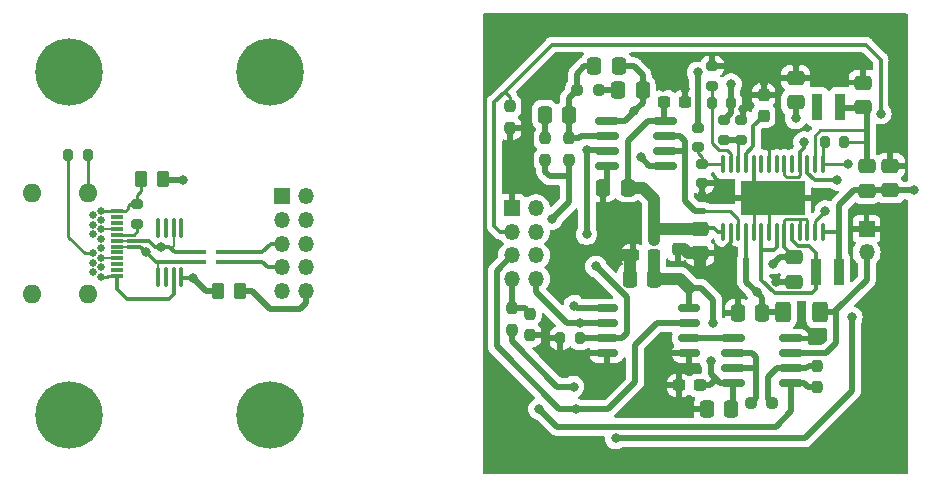
<source format=gbr>
%TF.GenerationSoftware,KiCad,Pcbnew,7.0.6-7.0.6~ubuntu22.04.1*%
%TF.CreationDate,2023-09-01T17:28:15+01:00*%
%TF.ProjectId,tec-controller,7465632d-636f-46e7-9472-6f6c6c65722e,rev?*%
%TF.SameCoordinates,Original*%
%TF.FileFunction,Copper,L1,Top*%
%TF.FilePolarity,Positive*%
%FSLAX46Y46*%
G04 Gerber Fmt 4.6, Leading zero omitted, Abs format (unit mm)*
G04 Created by KiCad (PCBNEW 7.0.6-7.0.6~ubuntu22.04.1) date 2023-09-01 17:28:15*
%MOMM*%
%LPD*%
G01*
G04 APERTURE LIST*
G04 Aperture macros list*
%AMRoundRect*
0 Rectangle with rounded corners*
0 $1 Rounding radius*
0 $2 $3 $4 $5 $6 $7 $8 $9 X,Y pos of 4 corners*
0 Add a 4 corners polygon primitive as box body*
4,1,4,$2,$3,$4,$5,$6,$7,$8,$9,$2,$3,0*
0 Add four circle primitives for the rounded corners*
1,1,$1+$1,$2,$3*
1,1,$1+$1,$4,$5*
1,1,$1+$1,$6,$7*
1,1,$1+$1,$8,$9*
0 Add four rect primitives between the rounded corners*
20,1,$1+$1,$2,$3,$4,$5,0*
20,1,$1+$1,$4,$5,$6,$7,0*
20,1,$1+$1,$6,$7,$8,$9,0*
20,1,$1+$1,$8,$9,$2,$3,0*%
G04 Aperture macros list end*
%TA.AperFunction,SMDPad,CuDef*%
%ADD10RoundRect,0.200000X0.200000X0.275000X-0.200000X0.275000X-0.200000X-0.275000X0.200000X-0.275000X0*%
%TD*%
%TA.AperFunction,ComponentPad*%
%ADD11C,3.600000*%
%TD*%
%TA.AperFunction,ConnectorPad*%
%ADD12C,5.700000*%
%TD*%
%TA.AperFunction,ComponentPad*%
%ADD13R,1.350000X1.350000*%
%TD*%
%TA.AperFunction,ComponentPad*%
%ADD14O,1.350000X1.350000*%
%TD*%
%TA.AperFunction,SMDPad,CuDef*%
%ADD15RoundRect,0.250000X0.337500X0.475000X-0.337500X0.475000X-0.337500X-0.475000X0.337500X-0.475000X0*%
%TD*%
%TA.AperFunction,SMDPad,CuDef*%
%ADD16RoundRect,0.100000X-0.100000X0.712500X-0.100000X-0.712500X0.100000X-0.712500X0.100000X0.712500X0*%
%TD*%
%TA.AperFunction,SMDPad,CuDef*%
%ADD17RoundRect,0.237500X-0.300000X-0.237500X0.300000X-0.237500X0.300000X0.237500X-0.300000X0.237500X0*%
%TD*%
%TA.AperFunction,SMDPad,CuDef*%
%ADD18RoundRect,0.200000X-0.275000X0.200000X-0.275000X-0.200000X0.275000X-0.200000X0.275000X0.200000X0*%
%TD*%
%TA.AperFunction,SMDPad,CuDef*%
%ADD19RoundRect,0.250000X-0.475000X0.337500X-0.475000X-0.337500X0.475000X-0.337500X0.475000X0.337500X0*%
%TD*%
%TA.AperFunction,SMDPad,CuDef*%
%ADD20RoundRect,0.237500X-0.250000X-0.237500X0.250000X-0.237500X0.250000X0.237500X-0.250000X0.237500X0*%
%TD*%
%TA.AperFunction,SMDPad,CuDef*%
%ADD21RoundRect,0.250000X-0.337500X-0.475000X0.337500X-0.475000X0.337500X0.475000X-0.337500X0.475000X0*%
%TD*%
%TA.AperFunction,SMDPad,CuDef*%
%ADD22RoundRect,0.250000X0.475000X-0.337500X0.475000X0.337500X-0.475000X0.337500X-0.475000X-0.337500X0*%
%TD*%
%TA.AperFunction,SMDPad,CuDef*%
%ADD23RoundRect,0.200000X0.275000X-0.200000X0.275000X0.200000X-0.275000X0.200000X-0.275000X-0.200000X0*%
%TD*%
%TA.AperFunction,SMDPad,CuDef*%
%ADD24R,1.100000X0.300000*%
%TD*%
%TA.AperFunction,ComponentPad*%
%ADD25C,0.650000*%
%TD*%
%TA.AperFunction,ComponentPad*%
%ADD26O,1.600000X1.600000*%
%TD*%
%TA.AperFunction,SMDPad,CuDef*%
%ADD27RoundRect,0.237500X0.237500X-0.250000X0.237500X0.250000X-0.237500X0.250000X-0.237500X-0.250000X0*%
%TD*%
%TA.AperFunction,SMDPad,CuDef*%
%ADD28RoundRect,0.250000X-0.400000X-0.625000X0.400000X-0.625000X0.400000X0.625000X-0.400000X0.625000X0*%
%TD*%
%TA.AperFunction,SMDPad,CuDef*%
%ADD29RoundRect,0.200000X-0.200000X-0.275000X0.200000X-0.275000X0.200000X0.275000X-0.200000X0.275000X0*%
%TD*%
%TA.AperFunction,SMDPad,CuDef*%
%ADD30R,0.850000X2.300000*%
%TD*%
%TA.AperFunction,SMDPad,CuDef*%
%ADD31RoundRect,0.237500X-0.237500X0.250000X-0.237500X-0.250000X0.237500X-0.250000X0.237500X0.250000X0*%
%TD*%
%TA.AperFunction,SMDPad,CuDef*%
%ADD32RoundRect,0.150000X-0.825000X-0.150000X0.825000X-0.150000X0.825000X0.150000X-0.825000X0.150000X0*%
%TD*%
%TA.AperFunction,SMDPad,CuDef*%
%ADD33RoundRect,0.237500X-0.237500X0.300000X-0.237500X-0.300000X0.237500X-0.300000X0.237500X0.300000X0*%
%TD*%
%TA.AperFunction,SMDPad,CuDef*%
%ADD34RoundRect,0.250000X-0.262500X-0.450000X0.262500X-0.450000X0.262500X0.450000X-0.262500X0.450000X0*%
%TD*%
%TA.AperFunction,SMDPad,CuDef*%
%ADD35RoundRect,0.150000X0.825000X0.150000X-0.825000X0.150000X-0.825000X-0.150000X0.825000X-0.150000X0*%
%TD*%
%TA.AperFunction,SMDPad,CuDef*%
%ADD36RoundRect,0.100000X0.100000X-0.637500X0.100000X0.637500X-0.100000X0.637500X-0.100000X-0.637500X0*%
%TD*%
%TA.AperFunction,SMDPad,CuDef*%
%ADD37R,5.400000X2.850000*%
%TD*%
%TA.AperFunction,SMDPad,CuDef*%
%ADD38R,0.900000X0.400000*%
%TD*%
%TA.AperFunction,SMDPad,CuDef*%
%ADD39RoundRect,0.250000X0.262500X0.450000X-0.262500X0.450000X-0.262500X-0.450000X0.262500X-0.450000X0*%
%TD*%
%TA.AperFunction,SMDPad,CuDef*%
%ADD40RoundRect,0.237500X0.237500X-0.300000X0.237500X0.300000X-0.237500X0.300000X-0.237500X-0.300000X0*%
%TD*%
%TA.AperFunction,SMDPad,CuDef*%
%ADD41RoundRect,0.237500X0.300000X0.237500X-0.300000X0.237500X-0.300000X-0.237500X0.300000X-0.237500X0*%
%TD*%
%TA.AperFunction,SMDPad,CuDef*%
%ADD42RoundRect,0.150000X-0.800000X-0.150000X0.800000X-0.150000X0.800000X0.150000X-0.800000X0.150000X0*%
%TD*%
%TA.AperFunction,ViaPad*%
%ADD43C,0.800000*%
%TD*%
%TA.AperFunction,Conductor*%
%ADD44C,0.300000*%
%TD*%
%TA.AperFunction,Conductor*%
%ADD45C,0.250000*%
%TD*%
%TA.AperFunction,Conductor*%
%ADD46C,0.500000*%
%TD*%
%TA.AperFunction,Conductor*%
%ADD47C,1.000000*%
%TD*%
%TA.AperFunction,Conductor*%
%ADD48C,0.200000*%
%TD*%
G04 APERTURE END LIST*
D10*
%TO.P,R105,1*%
%TO.N,/pulse_duration_save*%
X158225000Y-107500000D03*
%TO.P,R105,2*%
%TO.N,GND2*%
X156575000Y-107500000D03*
%TD*%
D11*
%TO.P,H102,1,1*%
%TO.N,GND*%
X115000000Y-85000000D03*
D12*
X115000000Y-85000000D03*
%TD*%
D13*
%TO.P,J101,1,Pin_1*%
%TO.N,GND2*%
X152500000Y-96500000D03*
D14*
%TO.P,J101,2,Pin_2*%
%TO.N,+5V*%
X154500000Y-96500000D03*
%TO.P,J101,3,Pin_3*%
%TO.N,/SHDN*%
X152500000Y-98500000D03*
%TO.P,J101,4,Pin_4*%
%TO.N,+3V3*%
X154500000Y-98500000D03*
%TO.P,J101,5,Pin_5*%
%TO.N,/pulse_duration_down*%
X152500000Y-100500000D03*
%TO.P,J101,6,Pin_6*%
%TO.N,/pulse_duration_save*%
X154500000Y-100500000D03*
%TO.P,J101,7,Pin_7*%
%TO.N,/ITEC*%
X152500000Y-102500000D03*
%TO.P,J101,8,Pin_8*%
%TO.N,/pulse_duration_up*%
X154500000Y-102500000D03*
%TD*%
D15*
%TO.P,C105,1*%
%TO.N,/REF*%
X173675000Y-105400000D03*
%TO.P,C105,2*%
%TO.N,GND2*%
X171600000Y-105400000D03*
%TD*%
D16*
%TO.P,U101,1*%
%TO.N,unconnected-(U101-Pad1)*%
X124475000Y-98137500D03*
%TO.P,U101,2*%
%TO.N,/USB_Interface/D2+*%
X123825000Y-98137500D03*
%TO.P,U101,3*%
%TO.N,unconnected-(U101-Pad3)*%
X123175000Y-98137500D03*
%TO.P,U101,4*%
%TO.N,unconnected-(U101-Pad4)*%
X122525000Y-98137500D03*
%TO.P,U101,5*%
%TO.N,/USB_Interface/D2-*%
X122525000Y-102362500D03*
%TO.P,U101,6*%
%TO.N,unconnected-(U101-Pad6)*%
X123175000Y-102362500D03*
%TO.P,U101,7,VSS*%
%TO.N,/USB_Interface/Shield*%
X123825000Y-102362500D03*
%TO.P,U101,8,VUSB*%
%TO.N,Net-(U101-VUSB)*%
X124475000Y-102362500D03*
%TD*%
D17*
%TO.P,C115,1*%
%TO.N,GND2*%
X162737500Y-100500000D03*
%TO.P,C115,2*%
%TO.N,+5V*%
X164462500Y-100500000D03*
%TD*%
D18*
%TO.P,R110,1*%
%TO.N,Net-(U1-MAXV)*%
X168600000Y-92750000D03*
%TO.P,R110,2*%
%TO.N,GND2*%
X168600000Y-94400000D03*
%TD*%
D11*
%TO.P,H104,1,1*%
%TO.N,GND*%
X132000000Y-85000000D03*
D12*
X132000000Y-85000000D03*
%TD*%
D19*
%TO.P,C104,1*%
%TO.N,Net-(U1-CS)*%
X182500000Y-92962500D03*
%TO.P,C104,2*%
%TO.N,Net-(U1-OS2)*%
X182500000Y-95037500D03*
%TD*%
D20*
%TO.P,R111,1*%
%TO.N,/Temp_setpoint*%
X172710000Y-113035000D03*
%TO.P,R111,2*%
%TO.N,Net-(U106A--)*%
X174535000Y-113035000D03*
%TD*%
D21*
%TO.P,C108,1*%
%TO.N,Net-(C108-Pad1)*%
X161462500Y-86500000D03*
%TO.P,C108,2*%
%TO.N,Net-(U103B-+)*%
X163537500Y-86500000D03*
%TD*%
%TO.P,C110,1*%
%TO.N,GND2*%
X168962500Y-113500000D03*
%TO.P,C110,2*%
%TO.N,+5V*%
X171037500Y-113500000D03*
%TD*%
D22*
%TO.P,C107,1*%
%TO.N,GND2*%
X176400000Y-102737500D03*
%TO.P,C107,2*%
%TO.N,+5V*%
X176400000Y-100662500D03*
%TD*%
D23*
%TO.P,R119,1*%
%TO.N,Net-(U1-MAXIP)*%
X169425000Y-86135000D03*
%TO.P,R119,2*%
%TO.N,GND2*%
X169425000Y-84485000D03*
%TD*%
D21*
%TO.P,C109,1*%
%TO.N,Net-(U103A--)*%
X159462500Y-84500000D03*
%TO.P,C109,2*%
%TO.N,Net-(U103B-+)*%
X161537500Y-84500000D03*
%TD*%
D24*
%TO.P,J202,A1,GND*%
%TO.N,/USB_Interface/Shield*%
X119020000Y-96750000D03*
%TO.P,J202,A2,TX1+*%
%TO.N,unconnected-(J202-TX1+-PadA2)*%
X119020000Y-97250000D03*
%TO.P,J202,A3,TX1-*%
%TO.N,unconnected-(J202-TX1--PadA3)*%
X119020000Y-97750000D03*
%TO.P,J202,A4,VBUS*%
%TO.N,Net-(U101-VUSB)*%
X119020000Y-98250000D03*
%TO.P,J202,A5,CC1*%
%TO.N,Net-(J202-CC1)*%
X119020000Y-98750000D03*
%TO.P,J202,A6,D+*%
%TO.N,/USB_Interface/D2+*%
X119020000Y-99250000D03*
%TO.P,J202,A7,D-*%
%TO.N,/USB_Interface/D2-*%
X119020000Y-99750000D03*
%TO.P,J202,A8,SBU1*%
%TO.N,unconnected-(J202-SBU1-PadA8)*%
X119020000Y-100250000D03*
%TO.P,J202,A9,VBUS*%
%TO.N,Net-(U101-VUSB)*%
X119020000Y-100750000D03*
%TO.P,J202,A10,RX2-*%
%TO.N,unconnected-(J202-RX2--PadA10)*%
X119020000Y-101250000D03*
%TO.P,J202,A11,RX2+*%
%TO.N,unconnected-(J202-RX2+-PadA11)*%
X119020000Y-101750000D03*
%TO.P,J202,A12,GND*%
%TO.N,/USB_Interface/Shield*%
X119020000Y-102250000D03*
D25*
%TO.P,J202,B1,GND*%
X117710000Y-102300000D03*
%TO.P,J202,B2,TX2+*%
%TO.N,unconnected-(J202-TX2+-PadB2)*%
X117010000Y-101900000D03*
%TO.P,J202,B3,TX2-*%
%TO.N,unconnected-(J202-TX2--PadB3)*%
X117010000Y-101100000D03*
%TO.P,J202,B4,VBUS*%
%TO.N,Net-(U101-VUSB)*%
X117710000Y-100700000D03*
%TO.P,J202,B5,CC2*%
%TO.N,Net-(J202-CC2)*%
X117010000Y-100300000D03*
%TO.P,J202,B6,D+*%
%TO.N,/USB_Interface/D2+*%
X117710000Y-99900000D03*
%TO.P,J202,B7,D-*%
%TO.N,/USB_Interface/D2-*%
X117710000Y-99100000D03*
%TO.P,J202,B8,SBU2*%
%TO.N,unconnected-(J202-SBU2-PadB8)*%
X117010000Y-98700000D03*
%TO.P,J202,B9,VBUS*%
%TO.N,Net-(U101-VUSB)*%
X117710000Y-98300000D03*
%TO.P,J202,B10,RX1-*%
%TO.N,unconnected-(J202-RX1--PadB10)*%
X117010000Y-97900000D03*
%TO.P,J202,B11,RX1+*%
%TO.N,unconnected-(J202-RX1+-PadB11)*%
X117010000Y-97100000D03*
%TO.P,J202,B12,GND*%
%TO.N,/USB_Interface/Shield*%
X117710000Y-96700000D03*
D26*
%TO.P,J202,S1,SHIELD*%
X116560000Y-95230000D03*
X111830000Y-95230000D03*
D25*
X117710000Y-97500000D03*
X117710000Y-101500000D03*
D26*
X116560000Y-103770000D03*
X111830000Y-103770000D03*
%TD*%
D27*
%TO.P,R113,1*%
%TO.N,Net-(R112-Pad2)*%
X157300000Y-92412500D03*
%TO.P,R113,2*%
%TO.N,Net-(U103A--)*%
X157300000Y-90587500D03*
%TD*%
D28*
%TO.P,R106,1*%
%TO.N,/REF*%
X175450000Y-105300000D03*
%TO.P,R106,2*%
%TO.N,Net-(J201-Pin_2)*%
X178550000Y-105300000D03*
%TD*%
D29*
%TO.P,R118,1*%
%TO.N,Net-(U1-MAXIP)*%
X169400000Y-87600000D03*
%TO.P,R118,2*%
%TO.N,/REF*%
X171050000Y-87600000D03*
%TD*%
D19*
%TO.P,C106,1*%
%TO.N,GND2*%
X176500000Y-85462500D03*
%TO.P,C106,2*%
%TO.N,+5V*%
X176500000Y-87537500D03*
%TD*%
D30*
%TO.P,L104,1,1*%
%TO.N,Net-(L104-Pad1)*%
X178325000Y-87900000D03*
%TO.P,L104,2,2*%
%TO.N,Net-(U1-CS)*%
X180275000Y-87900000D03*
%TD*%
D31*
%TO.P,R104,1*%
%TO.N,/SHDN*%
X152300000Y-87887500D03*
%TO.P,R104,2*%
%TO.N,GND2*%
X152300000Y-89712500D03*
%TD*%
D13*
%TO.P,J102,1,Pin_1*%
%TO.N,unconnected-(J102-Pin_1-Pad1)*%
X133000000Y-95500000D03*
D14*
%TO.P,J102,2,Pin_2*%
%TO.N,GND*%
X135000000Y-95500000D03*
%TO.P,J102,3,Pin_3*%
X133000000Y-97500000D03*
%TO.P,J102,4,Pin_4*%
X135000000Y-97500000D03*
%TO.P,J102,5,Pin_5*%
%TO.N,/USB_Interface/USB_D+*%
X133000000Y-99500000D03*
%TO.P,J102,6,Pin_6*%
%TO.N,GND*%
X135000000Y-99500000D03*
%TO.P,J102,7,Pin_7*%
%TO.N,/USB_Interface/USB_D-*%
X133000000Y-101500000D03*
%TO.P,J102,8,Pin_8*%
%TO.N,GND*%
X135000000Y-101500000D03*
%TO.P,J102,9,Pin_9*%
X133000000Y-103500000D03*
%TO.P,J102,10,Pin_10*%
%TO.N,VBUS*%
X135000000Y-103500000D03*
%TD*%
D29*
%TO.P,R103,1*%
%TO.N,Net-(U1-OS1)*%
X178975000Y-90900000D03*
%TO.P,R103,2*%
%TO.N,Net-(U1-CS)*%
X180625000Y-90900000D03*
%TD*%
D23*
%TO.P,R109,1*%
%TO.N,Net-(U1-MAXIN)*%
X171900000Y-90725000D03*
%TO.P,R109,2*%
%TO.N,GND2*%
X171900000Y-89075000D03*
%TD*%
D32*
%TO.P,U103,1*%
%TO.N,Net-(U103B-+)*%
X160500000Y-89095000D03*
%TO.P,U103,2,-*%
%TO.N,Net-(U103A--)*%
X160500000Y-90365000D03*
%TO.P,U103,3,+*%
%TO.N,/REF*%
X160500000Y-91635000D03*
%TO.P,U103,4,V-*%
%TO.N,GND2*%
X160500000Y-92905000D03*
%TO.P,U103,5,+*%
%TO.N,Net-(U103B-+)*%
X165450000Y-92905000D03*
%TO.P,U103,6,-*%
%TO.N,/CLTI*%
X165450000Y-91635000D03*
%TO.P,U103,7*%
X165450000Y-90365000D03*
%TO.P,U103,8,V+*%
%TO.N,+5V*%
X165450000Y-89095000D03*
%TD*%
D23*
%TO.P,R101,1*%
%TO.N,Net-(J202-CC1)*%
X120750000Y-97825000D03*
%TO.P,R101,2*%
%TO.N,/USB_Interface/Shield*%
X120750000Y-96175000D03*
%TD*%
D33*
%TO.P,C118,1*%
%TO.N,GND2*%
X173800000Y-86937500D03*
%TO.P,C118,2*%
%TO.N,Net-(U1-COMP)*%
X173800000Y-88662500D03*
%TD*%
D21*
%TO.P,C114,1*%
%TO.N,GND2*%
X162462500Y-102500000D03*
%TO.P,C114,2*%
%TO.N,+5V*%
X164537500Y-102500000D03*
%TD*%
D22*
%TO.P,C116,1*%
%TO.N,GND2*%
X168400000Y-100300000D03*
%TO.P,C116,2*%
%TO.N,+5V*%
X168400000Y-98225000D03*
%TD*%
D34*
%TO.P,L102,1*%
%TO.N,/USB_Interface/Shield*%
X121087500Y-94000000D03*
%TO.P,L102,2*%
%TO.N,GND*%
X122912500Y-94000000D03*
%TD*%
D20*
%TO.P,R115,1*%
%TO.N,Net-(U103A--)*%
X158000000Y-86500000D03*
%TO.P,R115,2*%
%TO.N,Net-(C108-Pad1)*%
X159825000Y-86500000D03*
%TD*%
D35*
%TO.P,U106,1*%
%TO.N,Net-(R112-Pad2)*%
X176110000Y-111340000D03*
%TO.P,U106,2,-*%
%TO.N,Net-(U106A--)*%
X176110000Y-110070000D03*
%TO.P,U106,3,+*%
%TO.N,Net-(J201-Pin_2)*%
X176110000Y-108800000D03*
%TO.P,U106,4,V-*%
%TO.N,GND2*%
X176110000Y-107530000D03*
%TO.P,U106,5,+*%
%TO.N,/R_{W}*%
X171160000Y-107530000D03*
%TO.P,U106,6,-*%
%TO.N,/Temp_setpoint*%
X171160000Y-108800000D03*
%TO.P,U106,7*%
X171160000Y-110070000D03*
%TO.P,U106,8,V+*%
%TO.N,+5V*%
X171160000Y-111340000D03*
%TD*%
D23*
%TO.P,R108,1*%
%TO.N,Net-(U1-MAXV)*%
X168200000Y-91325000D03*
%TO.P,R108,2*%
%TO.N,/REF*%
X168200000Y-89675000D03*
%TD*%
D22*
%TO.P,C101,1*%
%TO.N,Net-(U1-OS2)*%
X184500000Y-95000000D03*
%TO.P,C101,2*%
%TO.N,GND2*%
X184500000Y-92925000D03*
%TD*%
D36*
%TO.P,U1,1,VDD*%
%TO.N,+5V*%
X170350000Y-98500000D03*
%TO.P,U1,2,GND*%
%TO.N,GND2*%
X171000000Y-98500000D03*
%TO.P,U1,3,CTLI*%
%TO.N,/CLTI*%
X171650000Y-98500000D03*
%TO.P,U1,4,REF*%
%TO.N,/REF*%
X172300000Y-98500000D03*
%TO.P,U1,5,PGND*%
%TO.N,GND2*%
X172950000Y-98500000D03*
%TO.P,U1,6,LX2*%
%TO.N,Net-(L103-Pad1)*%
X173600000Y-98500000D03*
%TO.P,U1,7,PGND*%
%TO.N,GND2*%
X174250000Y-98500000D03*
%TO.P,U1,8,LX2*%
%TO.N,Net-(L103-Pad1)*%
X174900000Y-98500000D03*
%TO.P,U1,9,PVDD2*%
%TO.N,+5V*%
X175550000Y-98500000D03*
%TO.P,U1,10,LX2*%
%TO.N,Net-(L103-Pad1)*%
X176200000Y-98500000D03*
%TO.P,U1,11,PVDD2*%
%TO.N,+5V*%
X176850000Y-98500000D03*
%TO.P,U1,12,FREQ*%
X177500000Y-98500000D03*
%TO.P,U1,13,ITEC*%
%TO.N,Net-(U1-ITEC)*%
X178150000Y-98500000D03*
%TO.P,U1,14,OS2*%
%TO.N,Net-(U1-OS2)*%
X178800000Y-98500000D03*
%TO.P,U1,15,OS1*%
%TO.N,Net-(U1-OS1)*%
X178800000Y-92775000D03*
%TO.P,U1,16,CS*%
%TO.N,Net-(U1-CS)*%
X178150000Y-92775000D03*
%TO.P,U1,17,~{SHDN}*%
%TO.N,/SHDN*%
X177500000Y-92775000D03*
%TO.P,U1,18,PVDD1*%
%TO.N,+5V*%
X176850000Y-92775000D03*
%TO.P,U1,19,LX1*%
%TO.N,Net-(L104-Pad1)*%
X176200000Y-92775000D03*
%TO.P,U1,20,PVDD1*%
%TO.N,+5V*%
X175550000Y-92775000D03*
%TO.P,U1,21,LX1*%
%TO.N,Net-(L104-Pad1)*%
X174900000Y-92775000D03*
%TO.P,U1,22,PGND*%
%TO.N,GND2*%
X174250000Y-92775000D03*
%TO.P,U1,23,LX1*%
%TO.N,Net-(L104-Pad1)*%
X173600000Y-92775000D03*
%TO.P,U1,24,PGND*%
%TO.N,GND2*%
X172950000Y-92775000D03*
%TO.P,U1,25,COMP*%
%TO.N,Net-(U1-COMP)*%
X172300000Y-92775000D03*
%TO.P,U1,26,MAXIN*%
%TO.N,Net-(U1-MAXIN)*%
X171650000Y-92775000D03*
%TO.P,U1,27,MAXIP*%
%TO.N,Net-(U1-MAXIP)*%
X171000000Y-92775000D03*
%TO.P,U1,28,MAXV*%
%TO.N,Net-(U1-MAXV)*%
X170350000Y-92775000D03*
D37*
%TO.P,U1,29,GND*%
%TO.N,GND2*%
X174575000Y-95637500D03*
%TD*%
D21*
%TO.P,C111,1*%
%TO.N,GND2*%
X160212500Y-94750000D03*
%TO.P,C111,2*%
%TO.N,+5V*%
X162287500Y-94750000D03*
%TD*%
D38*
%TO.P,FL101,1,1*%
%TO.N,/USB_Interface/USB_D-*%
X127850000Y-101050000D03*
%TO.P,FL101,2,2*%
%TO.N,/USB_Interface/USB_D+*%
X127850000Y-100250000D03*
%TO.P,FL101,3,3*%
%TO.N,/USB_Interface/D2+*%
X126150000Y-100250000D03*
%TO.P,FL101,4,4*%
%TO.N,/USB_Interface/D2-*%
X126150000Y-101050000D03*
%TD*%
D31*
%TO.P,R117,1*%
%TO.N,/ITEC*%
X154000000Y-105425000D03*
%TO.P,R117,2*%
%TO.N,GND2*%
X154000000Y-107250000D03*
%TD*%
D23*
%TO.P,R107,1*%
%TO.N,Net-(U1-MAXIN)*%
X170400000Y-90725000D03*
%TO.P,R107,2*%
%TO.N,/REF*%
X170400000Y-89075000D03*
%TD*%
D27*
%TO.P,R114,1*%
%TO.N,Net-(R112-Pad2)*%
X155300000Y-92412500D03*
%TO.P,R114,2*%
%TO.N,Net-(C103-Pad1)*%
X155300000Y-90587500D03*
%TD*%
D30*
%TO.P,L103,1,1*%
%TO.N,Net-(L103-Pad1)*%
X178225000Y-101900000D03*
%TO.P,L103,2,2*%
%TO.N,Net-(U1-OS2)*%
X180175000Y-101900000D03*
%TD*%
D13*
%TO.P,J201,1,Pin_1*%
%TO.N,GND2*%
X182500000Y-98250000D03*
D14*
%TO.P,J201,2,Pin_2*%
%TO.N,Net-(J201-Pin_2)*%
X182500000Y-100250000D03*
%TD*%
D39*
%TO.P,L101,1*%
%TO.N,VBUS*%
X129412500Y-103500000D03*
%TO.P,L101,2*%
%TO.N,Net-(U101-VUSB)*%
X127587500Y-103500000D03*
%TD*%
D31*
%TO.P,R116,1*%
%TO.N,/ITEC*%
X152480000Y-104987500D03*
%TO.P,R116,2*%
%TO.N,Net-(U1-ITEC)*%
X152480000Y-106812500D03*
%TD*%
D11*
%TO.P,H101,1,1*%
%TO.N,GND*%
X115000000Y-114000000D03*
D12*
X115000000Y-114000000D03*
%TD*%
D17*
%TO.P,C112,1*%
%TO.N,GND2*%
X166637500Y-111500000D03*
%TO.P,C112,2*%
%TO.N,+5V*%
X168362500Y-111500000D03*
%TD*%
D11*
%TO.P,H103,1,1*%
%TO.N,GND*%
X132000000Y-114000000D03*
D12*
X132000000Y-114000000D03*
%TD*%
D40*
%TO.P,C117,1*%
%TO.N,GND2*%
X166500000Y-99962500D03*
%TO.P,C117,2*%
%TO.N,+5V*%
X166500000Y-98237500D03*
%TD*%
D21*
%TO.P,C103,1*%
%TO.N,Net-(C103-Pad1)*%
X155262500Y-88600000D03*
%TO.P,C103,2*%
%TO.N,Net-(U103A--)*%
X157337500Y-88600000D03*
%TD*%
D22*
%TO.P,C102,1*%
%TO.N,Net-(U1-CS)*%
X182200000Y-87937500D03*
%TO.P,C102,2*%
%TO.N,GND2*%
X182200000Y-85862500D03*
%TD*%
D29*
%TO.P,R102,1*%
%TO.N,Net-(J202-CC2)*%
X114925000Y-92000000D03*
%TO.P,R102,2*%
%TO.N,/USB_Interface/Shield*%
X116575000Y-92000000D03*
%TD*%
D41*
%TO.P,C113,1*%
%TO.N,GND2*%
X167112500Y-87500000D03*
%TO.P,C113,2*%
%TO.N,+5V*%
X165387500Y-87500000D03*
%TD*%
D42*
%TO.P,U102,1,R_{H}*%
%TO.N,/REF*%
X160500000Y-104960000D03*
%TO.P,U102,2,UC*%
%TO.N,/pulse_duration_up*%
X160500000Y-106230000D03*
%TO.P,U102,3,STR*%
%TO.N,/pulse_duration_save*%
X160500000Y-107500000D03*
%TO.P,U102,4,R_{L}*%
%TO.N,GND2*%
X160500000Y-108770000D03*
%TO.P,U102,5,VSS*%
X167500000Y-108770000D03*
%TO.P,U102,6,R_{W}*%
%TO.N,/R_{W}*%
X167500000Y-107500000D03*
%TO.P,U102,7,DC*%
%TO.N,/pulse_duration_down*%
X167500000Y-106230000D03*
%TO.P,U102,8,VDD*%
%TO.N,+5V*%
X167500000Y-104960000D03*
%TD*%
D31*
%TO.P,R112,1*%
%TO.N,Net-(U106A--)*%
X178335000Y-109822500D03*
%TO.P,R112,2*%
%TO.N,Net-(R112-Pad2)*%
X178335000Y-111647500D03*
%TD*%
D43*
%TO.N,Net-(U1-OS2)*%
X186500000Y-95000000D03*
%TO.N,GND2*%
X157000000Y-84000000D03*
X170000000Y-117750000D03*
X151750000Y-117750000D03*
X172250000Y-81000000D03*
X152600000Y-91600000D03*
X163250000Y-113250000D03*
X153500000Y-94000000D03*
X173800000Y-85800000D03*
X183000000Y-112500000D03*
X178500000Y-81000000D03*
X185500000Y-104250000D03*
X184750000Y-113750000D03*
X151750000Y-115500000D03*
X179000000Y-95250000D03*
X155500000Y-86250000D03*
X183500000Y-117750000D03*
X167250000Y-81000000D03*
X170500000Y-95250000D03*
X176000000Y-95600000D03*
X167100000Y-86400000D03*
X183000000Y-107500000D03*
X167500000Y-110000000D03*
X179500000Y-85500000D03*
X173000000Y-95600000D03*
X171750000Y-84000000D03*
X184250000Y-110250000D03*
X164250000Y-108500000D03*
X151500000Y-111250000D03*
X154250000Y-116250000D03*
X172005517Y-88136525D03*
X150700000Y-99900000D03*
X182000000Y-84000000D03*
X174837500Y-102737500D03*
X171600000Y-103900000D03*
X160500000Y-110300000D03*
X178250000Y-107250000D03*
X184500000Y-91000000D03*
X153500000Y-81000000D03*
X150750000Y-81000000D03*
X163750000Y-83750000D03*
X159000000Y-117750000D03*
X185000000Y-116000000D03*
X185250000Y-81000000D03*
X164250000Y-117750000D03*
X168600000Y-95400000D03*
X152500000Y-83000000D03*
X183000000Y-104750000D03*
X185250000Y-87000000D03*
X168400000Y-101600000D03*
X185250000Y-83000000D03*
X171000000Y-101500000D03*
X160750000Y-96750000D03*
X176500000Y-117750000D03*
X161100000Y-100500000D03*
X170100000Y-100300000D03*
X173500000Y-84000000D03*
X176500000Y-84250000D03*
X160000000Y-81000000D03*
X155400000Y-107500000D03*
X180000000Y-116000000D03*
X174750000Y-90850000D03*
X150750000Y-85000000D03*
X165250000Y-86250000D03*
%TO.N,/USB_Interface/D2+*%
X122750000Y-99750000D03*
%TO.N,/USB_Interface/D2-*%
X121500000Y-100250000D03*
%TO.N,GND*%
X124625000Y-94125000D03*
%TO.N,Net-(U101-VUSB)*%
X125500000Y-102400000D03*
%TO.N,/REF*%
X173200000Y-103600000D03*
X158800000Y-98700000D03*
X158800000Y-91600000D03*
X157750000Y-104750000D03*
X168200000Y-85000000D03*
X171025000Y-86000000D03*
%TO.N,Net-(U103B-+)*%
X163400000Y-92200000D03*
X162800000Y-88300000D03*
%TO.N,Net-(U1-OS1)*%
X180900000Y-92800000D03*
%TO.N,Net-(R112-Pad2)*%
X155900000Y-97400000D03*
X154750000Y-113500000D03*
%TO.N,/SHDN*%
X183700000Y-88500000D03*
X180000000Y-94100000D03*
%TO.N,/pulse_duration_save*%
X159580025Y-101419975D03*
%TO.N,/pulse_duration_up*%
X158230000Y-106230000D03*
%TO.N,/pulse_duration_down*%
X157900000Y-113500000D03*
%TO.N,+5V*%
X169500000Y-106200000D03*
X164500000Y-99200000D03*
X176500000Y-88900000D03*
X169300000Y-109400000D03*
X174600000Y-101200000D03*
X177200000Y-90900000D03*
X167500000Y-103260000D03*
X163550000Y-94750000D03*
%TO.N,Net-(U1-ITEC)*%
X161250000Y-116000000D03*
X181250000Y-105750000D03*
X157700000Y-111600000D03*
X179000000Y-96750000D03*
%TD*%
D44*
%TO.N,/USB_Interface/USB_D-*%
X127850000Y-101050000D02*
X131350000Y-101050000D01*
X131350000Y-101050000D02*
X131800000Y-101500000D01*
X131800000Y-101500000D02*
X133000000Y-101500000D01*
%TO.N,/USB_Interface/USB_D+*%
X132100000Y-99500000D02*
X133000000Y-99500000D01*
X131350000Y-100250000D02*
X132100000Y-99500000D01*
X127850000Y-100250000D02*
X131350000Y-100250000D01*
D45*
%TO.N,Net-(U1-OS2)*%
X180200000Y-101875000D02*
X180175000Y-101900000D01*
D46*
X180200000Y-96200000D02*
X180200000Y-98500000D01*
X184500000Y-95000000D02*
X186500000Y-95000000D01*
X184500000Y-95000000D02*
X181400000Y-95000000D01*
X181400000Y-95000000D02*
X180200000Y-96200000D01*
D44*
X178800000Y-98500000D02*
X180200000Y-98500000D01*
D46*
X180200000Y-98500000D02*
X180200000Y-101875000D01*
D47*
%TO.N,GND2*%
X162462500Y-100775000D02*
X162737500Y-100500000D01*
X162737500Y-100500000D02*
X161100000Y-100500000D01*
D44*
X173800000Y-86937500D02*
X173800000Y-85800000D01*
X168600000Y-94400000D02*
X168600000Y-95400000D01*
X171000000Y-99400000D02*
X170100000Y-100300000D01*
D47*
X162462500Y-102500000D02*
X162462500Y-100775000D01*
D46*
X176500000Y-84250000D02*
X176500000Y-85462500D01*
X160500000Y-94462500D02*
X160212500Y-94750000D01*
D45*
X174250000Y-98500000D02*
X174250000Y-95962500D01*
D46*
X182200000Y-85862500D02*
X182200000Y-84200000D01*
D45*
X174250000Y-91350000D02*
X174250000Y-92775000D01*
D46*
X171265000Y-84485000D02*
X171750000Y-84000000D01*
X171600000Y-103900000D02*
X171600000Y-104000000D01*
X167500000Y-108770000D02*
X167500000Y-110000000D01*
X167112500Y-87500000D02*
X167112500Y-86412500D01*
X182200000Y-84200000D02*
X182200000Y-84600000D01*
X160212500Y-94750000D02*
X160212500Y-96212500D01*
X167112500Y-86412500D02*
X167100000Y-86400000D01*
D44*
X172950000Y-95550000D02*
X173000000Y-95600000D01*
X170100000Y-100300000D02*
X168400000Y-100300000D01*
D47*
X167062500Y-99962500D02*
X167400000Y-100300000D01*
D46*
X160500000Y-92905000D02*
X160500000Y-94462500D01*
D44*
X172950000Y-92775000D02*
X172950000Y-95550000D01*
D46*
X169425000Y-84485000D02*
X171265000Y-84485000D01*
D44*
X171000000Y-98500000D02*
X171000000Y-99400000D01*
D46*
X182200000Y-84200000D02*
X182000000Y-84000000D01*
X171600000Y-105400000D02*
X171600000Y-103900000D01*
X172005517Y-88969483D02*
X171900000Y-89075000D01*
D45*
X172950000Y-98500000D02*
X172950000Y-96012500D01*
D46*
X156575000Y-107500000D02*
X155400000Y-107500000D01*
D47*
X167400000Y-100300000D02*
X168400000Y-100300000D01*
D45*
X174750000Y-90850000D02*
X174250000Y-91350000D01*
D46*
X160212500Y-96212500D02*
X160750000Y-96750000D01*
X174837500Y-102737500D02*
X176400000Y-102737500D01*
D47*
X166500000Y-99962500D02*
X167062500Y-99962500D01*
D46*
X184500000Y-92925000D02*
X184500000Y-91000000D01*
X160500000Y-108770000D02*
X160500000Y-110300000D01*
D45*
X173000000Y-95600000D02*
X172900000Y-95962500D01*
D47*
X168400000Y-100300000D02*
X168400000Y-101600000D01*
D46*
X155400000Y-107500000D02*
X155150000Y-107250000D01*
X155150000Y-107250000D02*
X154000000Y-107250000D01*
X172005517Y-88136525D02*
X172005517Y-88969483D01*
D45*
X172950000Y-96012500D02*
X173000000Y-95600000D01*
D48*
%TO.N,/USB_Interface/D2+*%
X123825000Y-99675000D02*
X123600000Y-99900000D01*
X119020000Y-99250000D02*
X120000000Y-99250000D01*
X123825000Y-98137500D02*
X123825000Y-99675000D01*
D44*
X122250000Y-99750000D02*
X121750000Y-99250000D01*
X123450000Y-99750000D02*
X123950000Y-100250000D01*
X121750000Y-99250000D02*
X120000000Y-99250000D01*
X122750000Y-99750000D02*
X123450000Y-99750000D01*
X122750000Y-99750000D02*
X122250000Y-99750000D01*
X126150000Y-100250000D02*
X123950000Y-100250000D01*
%TO.N,/USB_Interface/D2-*%
X121000000Y-99750000D02*
X120000000Y-99750000D01*
D48*
X122525000Y-101000000D02*
X122525000Y-102362500D01*
D44*
X121500000Y-100250000D02*
X121000000Y-99750000D01*
D48*
X119020000Y-99750000D02*
X120000000Y-99750000D01*
D44*
X126150000Y-101050000D02*
X122300000Y-101050000D01*
X122300000Y-101050000D02*
X121500000Y-100250000D01*
D46*
%TO.N,GND*%
X124625000Y-94125000D02*
X123037500Y-94125000D01*
D48*
X123037500Y-94125000D02*
X122912500Y-94000000D01*
D46*
%TO.N,VBUS*%
X134500000Y-105000000D02*
X135000000Y-104500000D01*
X135000000Y-104500000D02*
X135000000Y-103500000D01*
X129412500Y-103500000D02*
X130500000Y-103500000D01*
X130500000Y-103500000D02*
X132000000Y-105000000D01*
X132000000Y-105000000D02*
X134500000Y-105000000D01*
%TO.N,Net-(J201-Pin_2)*%
X179950000Y-105150000D02*
X182500000Y-102600000D01*
X179800000Y-105300000D02*
X179950000Y-105150000D01*
X179100000Y-108800000D02*
X179950000Y-107950000D01*
X176110000Y-108800000D02*
X179100000Y-108800000D01*
X178550000Y-105300000D02*
X179800000Y-105300000D01*
X182500000Y-102600000D02*
X182500000Y-100250000D01*
X179950000Y-107950000D02*
X179950000Y-105150000D01*
D48*
%TO.N,Net-(U101-VUSB)*%
X119020000Y-98250000D02*
X118250000Y-98250000D01*
X117710000Y-100700000D02*
X118200000Y-100700000D01*
X118200000Y-98300000D02*
X117710000Y-98300000D01*
X118250000Y-100750000D02*
X118200000Y-100700000D01*
X119020000Y-100750000D02*
X118250000Y-100750000D01*
X118250000Y-98250000D02*
X118200000Y-98300000D01*
D46*
X125500000Y-102400000D02*
X126600000Y-103500000D01*
D44*
X125500000Y-102400000D02*
X124512500Y-102400000D01*
D46*
X126600000Y-103500000D02*
X127587500Y-103500000D01*
D45*
%TO.N,Net-(J202-CC2)*%
X116300000Y-100300000D02*
X117010000Y-100300000D01*
X114925000Y-98925000D02*
X116300000Y-100300000D01*
X114925000Y-92000000D02*
X114925000Y-98925000D01*
D46*
%TO.N,Net-(C103-Pad1)*%
X155300000Y-90687500D02*
X155300000Y-88637500D01*
%TO.N,Net-(U103A--)*%
X158000000Y-85100000D02*
X158000000Y-86500000D01*
X158335000Y-90365000D02*
X158112500Y-90587500D01*
X160500000Y-90365000D02*
X158335000Y-90365000D01*
X157300000Y-90587500D02*
X157300000Y-87150000D01*
X157950000Y-86500000D02*
X158000000Y-86500000D01*
X157300000Y-87150000D02*
X157950000Y-86500000D01*
X159462500Y-84500000D02*
X158600000Y-84500000D01*
X158112500Y-90587500D02*
X157300000Y-90587500D01*
X158600000Y-84500000D02*
X158000000Y-85100000D01*
%TO.N,/REF*%
X175450000Y-105300000D02*
X173775000Y-105300000D01*
D44*
X172300000Y-98500000D02*
X172300000Y-100800000D01*
D46*
X173186828Y-103600000D02*
X173200000Y-103600000D01*
X173675000Y-104088172D02*
X173675000Y-105400000D01*
X172300000Y-102713172D02*
X173186828Y-103600000D01*
X158800000Y-98700000D02*
X158800000Y-91600000D01*
X173775000Y-105300000D02*
X173675000Y-105400000D01*
X173200000Y-103613172D02*
X173675000Y-104088172D01*
X168200000Y-89675000D02*
X168200000Y-85000000D01*
X171050000Y-88425000D02*
X170400000Y-89075000D01*
X157960000Y-104960000D02*
X160500000Y-104960000D01*
X160500000Y-91635000D02*
X158800000Y-91600000D01*
X157750000Y-104750000D02*
X157960000Y-104960000D01*
X171050000Y-87600000D02*
X171050000Y-88425000D01*
X172300000Y-100800000D02*
X172300000Y-102713172D01*
X171025000Y-86000000D02*
X171025000Y-87575000D01*
X173200000Y-103600000D02*
X173200000Y-103613172D01*
%TO.N,Net-(C108-Pad1)*%
X159825000Y-86500000D02*
X161462500Y-86500000D01*
%TO.N,Net-(U103B-+)*%
X162800000Y-88350000D02*
X162800000Y-88300000D01*
X163537500Y-85237500D02*
X163537500Y-86500000D01*
X162850000Y-88300000D02*
X163537500Y-87612500D01*
X162800000Y-84500000D02*
X163537500Y-85237500D01*
X161537500Y-84500000D02*
X162800000Y-84500000D01*
X162055000Y-89095000D02*
X162800000Y-88350000D01*
X160500000Y-89095000D02*
X162055000Y-89095000D01*
X163537500Y-87612500D02*
X163537500Y-86500000D01*
X162800000Y-88300000D02*
X162850000Y-88300000D01*
X165450000Y-92905000D02*
X164105000Y-92905000D01*
X164105000Y-92905000D02*
X163400000Y-92200000D01*
D45*
%TO.N,Net-(U1-MAXIN)*%
X171650000Y-92775000D02*
X171650000Y-90975000D01*
D46*
X170425000Y-90750000D02*
X171875000Y-90750000D01*
D45*
X171650000Y-90975000D02*
X171900000Y-90725000D01*
D46*
X170400000Y-90725000D02*
X170425000Y-90750000D01*
X171875000Y-90750000D02*
X171900000Y-90725000D01*
D45*
%TO.N,Net-(U1-MAXV)*%
X168600000Y-92200000D02*
X168600000Y-92750000D01*
X168625000Y-92775000D02*
X168600000Y-92750000D01*
X168200000Y-91800000D02*
X168600000Y-92200000D01*
X168200000Y-91325000D02*
X168200000Y-91800000D01*
X170350000Y-92775000D02*
X168625000Y-92775000D01*
D46*
%TO.N,/Temp_setpoint*%
X173100000Y-110070000D02*
X171160000Y-110070000D01*
X172800000Y-108800000D02*
X173135000Y-109135000D01*
X171160000Y-108800000D02*
X172800000Y-108800000D01*
X172710000Y-113035000D02*
X173135000Y-112610000D01*
X173135000Y-112610000D02*
X173135000Y-109135000D01*
%TO.N,Net-(U106A--)*%
X174135000Y-110835000D02*
X174135000Y-112635000D01*
X176110000Y-110070000D02*
X174900000Y-110070000D01*
X177400000Y-110070000D02*
X176110000Y-110070000D01*
X174900000Y-110070000D02*
X174135000Y-110835000D01*
X178335000Y-109822500D02*
X177647500Y-109822500D01*
X174135000Y-112635000D02*
X174535000Y-113035000D01*
X177647500Y-109822500D02*
X177400000Y-110070000D01*
%TO.N,Net-(U1-CS)*%
X182137500Y-88000000D02*
X182200000Y-87937500D01*
X180375000Y-88000000D02*
X182137500Y-88000000D01*
X182200000Y-87937500D02*
X182500000Y-88237500D01*
D45*
X182500000Y-90900000D02*
X180625000Y-90900000D01*
D46*
X182500000Y-88237500D02*
X182500000Y-92962500D01*
D45*
X178600000Y-89900000D02*
X182500000Y-89900000D01*
X178150000Y-90350000D02*
X178600000Y-89900000D01*
X178150000Y-92775000D02*
X178150000Y-90350000D01*
%TO.N,Net-(U1-OS1)*%
X180900000Y-92800000D02*
X178825000Y-92800000D01*
X178800000Y-92775000D02*
X178800000Y-91075000D01*
X178800000Y-91075000D02*
X178975000Y-90900000D01*
X178825000Y-92800000D02*
X178800000Y-92775000D01*
D46*
%TO.N,Net-(R112-Pad2)*%
X156250000Y-115000000D02*
X174810000Y-115000000D01*
X178322500Y-111635000D02*
X178335000Y-111647500D01*
X155900000Y-97400000D02*
X157300000Y-96000000D01*
X174810000Y-115000000D02*
X176110000Y-113700000D01*
X155300000Y-92412500D02*
X155300000Y-93400000D01*
X157300000Y-96000000D02*
X157300000Y-93800000D01*
X177535000Y-111635000D02*
X178322500Y-111635000D01*
X177240000Y-111340000D02*
X177535000Y-111635000D01*
X176110000Y-111340000D02*
X177240000Y-111340000D01*
X176110000Y-113700000D02*
X176110000Y-111340000D01*
X157300000Y-93800000D02*
X157300000Y-92412500D01*
X155700000Y-93800000D02*
X157300000Y-93800000D01*
X155300000Y-93400000D02*
X155700000Y-93800000D01*
X154750000Y-113500000D02*
X156250000Y-115000000D01*
D45*
%TO.N,/CLTI*%
X168750000Y-96750000D02*
X170950000Y-96750000D01*
D46*
X167065000Y-91635000D02*
X167100000Y-91600000D01*
X167100000Y-90800000D02*
X167100000Y-91600000D01*
D45*
X171650000Y-97450000D02*
X171650000Y-98500000D01*
D46*
X168000000Y-96750000D02*
X167100000Y-95850000D01*
X168750000Y-96750000D02*
X168000000Y-96750000D01*
X165450000Y-90365000D02*
X166665000Y-90365000D01*
X166665000Y-90365000D02*
X167100000Y-90800000D01*
D45*
X170950000Y-96750000D02*
X171650000Y-97450000D01*
D46*
X165450000Y-91635000D02*
X167065000Y-91635000D01*
X167100000Y-95850000D02*
X167100000Y-91600000D01*
D44*
%TO.N,Net-(U1-COMP)*%
X172300000Y-91900000D02*
X172925000Y-91275000D01*
X172925000Y-91275000D02*
X172925000Y-89537500D01*
X172925000Y-89537500D02*
X173800000Y-88662500D01*
X172300000Y-92775000D02*
X172300000Y-91900000D01*
D46*
%TO.N,/ITEC*%
X154000000Y-105425000D02*
X153562500Y-104987500D01*
X152500000Y-104967500D02*
X152480000Y-104987500D01*
X153562500Y-104987500D02*
X152480000Y-104987500D01*
X152500000Y-102500000D02*
X152500000Y-104967500D01*
D44*
%TO.N,/SHDN*%
X151875000Y-86625000D02*
X151000000Y-87500000D01*
X151000000Y-87500000D02*
X151000000Y-98000000D01*
X155840000Y-82660000D02*
X182440330Y-82660000D01*
X178101104Y-94100000D02*
X177500000Y-93498896D01*
D45*
X152300000Y-87050000D02*
X152300000Y-87887500D01*
D44*
X182440330Y-82660000D02*
X183700000Y-83919670D01*
X151875000Y-86625000D02*
X155840000Y-82660000D01*
D45*
X151875000Y-86625000D02*
X152300000Y-87050000D01*
D44*
X183700000Y-83919670D02*
X183700000Y-88500000D01*
X177500000Y-93498896D02*
X177500000Y-92775000D01*
X151500000Y-98500000D02*
X152500000Y-98500000D01*
X180000000Y-94100000D02*
X178101104Y-94100000D01*
X151000000Y-98000000D02*
X151500000Y-98500000D01*
D45*
%TO.N,/USB_Interface/Shield*%
X117710000Y-96700000D02*
X118200000Y-96700000D01*
D44*
X119900000Y-104200000D02*
X119020000Y-103320000D01*
D45*
X120750000Y-96175000D02*
X120750000Y-95350000D01*
X121087500Y-95012500D02*
X121087500Y-94000000D01*
X119750000Y-96750000D02*
X119950000Y-96550000D01*
D44*
X123400000Y-104200000D02*
X119900000Y-104200000D01*
D45*
X120750000Y-95350000D02*
X121087500Y-95012500D01*
X116560000Y-92015000D02*
X116560000Y-95230000D01*
X120125000Y-96175000D02*
X120750000Y-96175000D01*
X116575000Y-92000000D02*
X116560000Y-92015000D01*
X117710000Y-102300000D02*
X118200000Y-102300000D01*
X119950000Y-96350000D02*
X120125000Y-96175000D01*
D44*
X123825000Y-102362500D02*
X123825000Y-103775000D01*
D45*
X119020000Y-102250000D02*
X118250000Y-102250000D01*
X119020000Y-96750000D02*
X118250000Y-96750000D01*
D44*
X123825000Y-103775000D02*
X123400000Y-104200000D01*
D45*
X118250000Y-102250000D02*
X118200000Y-102300000D01*
D44*
X119020000Y-103320000D02*
X119020000Y-102250000D01*
D45*
X119020000Y-96750000D02*
X119750000Y-96750000D01*
X119950000Y-96550000D02*
X119950000Y-96350000D01*
X118250000Y-96750000D02*
X118200000Y-96700000D01*
%TO.N,Net-(J202-CC1)*%
X120450000Y-98750000D02*
X120750000Y-98450000D01*
X119020000Y-98750000D02*
X120450000Y-98750000D01*
X120750000Y-98450000D02*
X120750000Y-97825000D01*
D46*
%TO.N,/pulse_duration_save*%
X160500000Y-107500000D02*
X158225000Y-107500000D01*
X162200000Y-107100000D02*
X161800000Y-107500000D01*
X161800000Y-107500000D02*
X160500000Y-107500000D01*
X159580025Y-101419975D02*
X162200000Y-104039950D01*
X162200000Y-104039950D02*
X162200000Y-107100000D01*
%TO.N,/pulse_duration_up*%
X160500000Y-106230000D02*
X158230000Y-106230000D01*
X154500000Y-103600000D02*
X154500000Y-102500000D01*
X157130000Y-106230000D02*
X154500000Y-103600000D01*
X158230000Y-106230000D02*
X157130000Y-106230000D01*
%TO.N,/pulse_duration_down*%
X156500000Y-113500000D02*
X157900000Y-113500000D01*
X152500000Y-100500000D02*
X151200000Y-101800000D01*
X162900000Y-108100000D02*
X162900000Y-111200000D01*
X164770000Y-106230000D02*
X162900000Y-108100000D01*
X167500000Y-106230000D02*
X164770000Y-106230000D01*
X151200000Y-101800000D02*
X151200000Y-108200000D01*
X160600000Y-113500000D02*
X157900000Y-113500000D01*
X162900000Y-111200000D02*
X160600000Y-113500000D01*
X151200000Y-108200000D02*
X156500000Y-113500000D01*
D44*
%TO.N,+5V*%
X168425000Y-98200000D02*
X168400000Y-98225000D01*
D46*
X169750000Y-111000000D02*
X170090000Y-111340000D01*
D44*
X177200000Y-90900000D02*
X177200000Y-91400000D01*
D47*
X164500000Y-95700000D02*
X163550000Y-94750000D01*
D45*
X176850000Y-98500000D02*
X176850000Y-97387500D01*
D46*
X165450000Y-89095000D02*
X164005000Y-89095000D01*
X167500000Y-103260000D02*
X168510000Y-103260000D01*
X177300000Y-90800000D02*
X177200000Y-90800000D01*
X164005000Y-89095000D02*
X162287500Y-90812500D01*
X169300000Y-110550000D02*
X169750000Y-111000000D01*
X177200000Y-90900000D02*
X177200000Y-90800000D01*
X176500000Y-87537500D02*
X176500000Y-88900000D01*
X174600000Y-101200000D02*
X175137500Y-100662500D01*
X167500000Y-103260000D02*
X167500000Y-104960000D01*
X169500000Y-104250000D02*
X169500000Y-106200000D01*
X168510000Y-103260000D02*
X169500000Y-104250000D01*
D44*
X175550000Y-98500000D02*
X175550000Y-99812500D01*
D47*
X164500000Y-99200000D02*
X164500000Y-98162500D01*
X164500000Y-98162500D02*
X164500000Y-95700000D01*
D45*
X175662500Y-97387500D02*
X175550000Y-97500000D01*
D47*
X162287500Y-94750000D02*
X163550000Y-94750000D01*
D44*
X177200000Y-91400000D02*
X176850000Y-91750000D01*
D47*
X164537500Y-102500000D02*
X166740000Y-102500000D01*
D45*
X175550000Y-92775000D02*
X175550000Y-93650000D01*
D47*
X164500000Y-102462500D02*
X164537500Y-102500000D01*
D44*
X169600000Y-98200000D02*
X168425000Y-98200000D01*
D46*
X171162500Y-111342500D02*
X171160000Y-111340000D01*
X162287500Y-90812500D02*
X162287500Y-94750000D01*
X165387500Y-87500000D02*
X165387500Y-89032500D01*
X170090000Y-111340000D02*
X171160000Y-111340000D01*
D44*
X176850000Y-91750000D02*
X176850000Y-92775000D01*
D47*
X166500000Y-98237500D02*
X168387500Y-98237500D01*
D46*
X175137500Y-100662500D02*
X176400000Y-100662500D01*
D45*
X175550000Y-97500000D02*
X175550000Y-98500000D01*
D47*
X164575000Y-98237500D02*
X164500000Y-98162500D01*
D44*
X170350000Y-98500000D02*
X169900000Y-98500000D01*
D45*
X177500000Y-98500000D02*
X177500000Y-97500000D01*
D47*
X166500000Y-98237500D02*
X164575000Y-98237500D01*
X164500000Y-100537500D02*
X164500000Y-102462500D01*
D46*
X169300000Y-109400000D02*
X169300000Y-110550000D01*
D47*
X166740000Y-102500000D02*
X167500000Y-103260000D01*
D45*
X176662500Y-93837500D02*
X176850000Y-93650000D01*
D46*
X177200000Y-90900000D02*
X177300000Y-90800000D01*
D45*
X175737500Y-93837500D02*
X176662500Y-93837500D01*
X176850000Y-93650000D02*
X176850000Y-92775000D01*
D44*
X169900000Y-98500000D02*
X169600000Y-98200000D01*
D47*
X164462500Y-100500000D02*
X164500000Y-100537500D01*
X168387500Y-98237500D02*
X168400000Y-98225000D01*
D45*
X177500000Y-97500000D02*
X177387500Y-97387500D01*
D46*
X169750000Y-111000000D02*
X169250000Y-111500000D01*
D45*
X177387500Y-97387500D02*
X176750000Y-97387500D01*
X176750000Y-97387500D02*
X175662500Y-97387500D01*
D46*
X171162500Y-113035000D02*
X171162500Y-111342500D01*
X165387500Y-89032500D02*
X165450000Y-89095000D01*
D44*
X175550000Y-99812500D02*
X176400000Y-100662500D01*
D45*
X175550000Y-93650000D02*
X175737500Y-93837500D01*
D46*
X169250000Y-111500000D02*
X168627500Y-111500000D01*
D44*
%TO.N,Net-(L103-Pad1)*%
X177600000Y-99700000D02*
X178225000Y-100325000D01*
X173600000Y-102525305D02*
X173600000Y-100000000D01*
X177900000Y-103700000D02*
X174737348Y-103700000D01*
X178225000Y-103375000D02*
X177900000Y-103700000D01*
X173600000Y-102562652D02*
X173600000Y-102525305D01*
X174700000Y-100000000D02*
X173600000Y-100000000D01*
X174900000Y-98500000D02*
X174900000Y-99800000D01*
X176200000Y-98500000D02*
X176200000Y-99223896D01*
X178225000Y-101900000D02*
X178225000Y-103375000D01*
X174900000Y-99800000D02*
X174700000Y-100000000D01*
X176200000Y-99223896D02*
X176676104Y-99700000D01*
X178225000Y-100325000D02*
X178225000Y-101900000D01*
X173600000Y-100000000D02*
X173600000Y-98500000D01*
X176676104Y-99700000D02*
X177600000Y-99700000D01*
X174737348Y-103700000D02*
X173600000Y-102562652D01*
D46*
%TO.N,/R_{W}*%
X171130000Y-107500000D02*
X171160000Y-107530000D01*
X167500000Y-107500000D02*
X171130000Y-107500000D01*
D45*
%TO.N,Net-(U1-ITEC)*%
X178150000Y-97600000D02*
X178150000Y-98500000D01*
D46*
X181250000Y-105750000D02*
X181250000Y-112000000D01*
X152480000Y-106812500D02*
X152480000Y-107780000D01*
X177250000Y-116000000D02*
X161250000Y-116000000D01*
X152480000Y-107780000D02*
X156300000Y-111600000D01*
D45*
X179000000Y-96750000D02*
X178150000Y-97600000D01*
D46*
X156300000Y-111600000D02*
X157700000Y-111600000D01*
X181250000Y-112000000D02*
X177250000Y-116000000D01*
D45*
%TO.N,Net-(U1-MAXIP)*%
X169400000Y-87600000D02*
X169400000Y-86110000D01*
X171000000Y-91900000D02*
X171000000Y-92775000D01*
X169400000Y-87600000D02*
X169400000Y-91000000D01*
X169400000Y-91000000D02*
X170000000Y-91600000D01*
X170000000Y-91600000D02*
X170700000Y-91600000D01*
X170700000Y-91600000D02*
X171000000Y-91900000D01*
%TD*%
%TA.AperFunction,Conductor*%
%TO.N,GND2*%
G36*
X185943039Y-80020185D02*
G01*
X185988794Y-80072989D01*
X186000000Y-80124500D01*
X186000000Y-94117500D01*
X185980315Y-94184539D01*
X185927511Y-94230294D01*
X185876000Y-94241500D01*
X185675695Y-94241500D01*
X185608656Y-94221815D01*
X185578430Y-94194413D01*
X185574032Y-94188851D01*
X185574030Y-94188848D01*
X185448652Y-94063470D01*
X185448651Y-94063469D01*
X185447963Y-94063045D01*
X185447590Y-94062630D01*
X185442985Y-94058989D01*
X185443607Y-94058202D01*
X185401238Y-94011098D01*
X185390015Y-93942135D01*
X185417858Y-93878053D01*
X185438423Y-93860242D01*
X185437677Y-93859298D01*
X185443344Y-93854816D01*
X185567315Y-93730845D01*
X185659356Y-93581624D01*
X185659358Y-93581619D01*
X185714505Y-93415197D01*
X185714506Y-93415190D01*
X185724999Y-93312486D01*
X185725000Y-93312473D01*
X185725000Y-93175000D01*
X184374000Y-93175000D01*
X184306961Y-93155315D01*
X184261206Y-93102511D01*
X184250000Y-93051000D01*
X184250000Y-91837500D01*
X184750000Y-91837500D01*
X184750000Y-92675000D01*
X185724999Y-92675000D01*
X185724999Y-92537528D01*
X185724998Y-92537513D01*
X185714505Y-92434802D01*
X185659358Y-92268380D01*
X185659356Y-92268375D01*
X185567315Y-92119154D01*
X185443345Y-91995184D01*
X185294124Y-91903143D01*
X185294119Y-91903141D01*
X185127697Y-91847994D01*
X185127690Y-91847993D01*
X185024986Y-91837500D01*
X184750000Y-91837500D01*
X184250000Y-91837500D01*
X183975029Y-91837500D01*
X183975012Y-91837501D01*
X183872302Y-91847994D01*
X183705880Y-91903141D01*
X183705875Y-91903143D01*
X183556647Y-91995188D01*
X183555553Y-91996054D01*
X183554662Y-91996413D01*
X183550509Y-91998975D01*
X183550071Y-91998265D01*
X183490756Y-92022190D01*
X183422115Y-92009144D01*
X183413559Y-92004324D01*
X183317402Y-91945013D01*
X183270679Y-91893067D01*
X183258500Y-91839476D01*
X183258500Y-89487734D01*
X183278185Y-89420695D01*
X183330989Y-89374940D01*
X183400147Y-89364996D01*
X183411322Y-89367595D01*
X183411355Y-89367443D01*
X183604513Y-89408500D01*
X183795487Y-89408500D01*
X183982288Y-89368794D01*
X184156752Y-89291118D01*
X184311253Y-89178866D01*
X184439040Y-89036944D01*
X184534527Y-88871556D01*
X184593542Y-88689928D01*
X184613504Y-88500000D01*
X184593542Y-88310072D01*
X184534527Y-88128444D01*
X184439040Y-87963056D01*
X184390350Y-87908980D01*
X184360120Y-87845988D01*
X184358500Y-87826008D01*
X184358500Y-84006057D01*
X184360282Y-83989919D01*
X184360054Y-83989898D01*
X184360788Y-83982135D01*
X184358500Y-83909327D01*
X184358500Y-83878244D01*
X184358500Y-83878238D01*
X184357566Y-83870845D01*
X184357107Y-83865017D01*
X184355562Y-83815839D01*
X184349536Y-83795098D01*
X184345590Y-83776047D01*
X184342882Y-83754606D01*
X184324763Y-83708842D01*
X184322876Y-83703335D01*
X184309145Y-83656070D01*
X184298148Y-83637477D01*
X184289591Y-83620010D01*
X184281635Y-83599914D01*
X184275455Y-83591408D01*
X184252705Y-83560095D01*
X184249495Y-83555209D01*
X184247210Y-83551346D01*
X184224452Y-83512863D01*
X184224450Y-83512861D01*
X184224447Y-83512857D01*
X184209178Y-83497588D01*
X184196541Y-83482792D01*
X184183843Y-83465314D01*
X184183840Y-83465311D01*
X184145914Y-83433937D01*
X184141592Y-83430003D01*
X182967047Y-82255457D01*
X182956894Y-82242785D01*
X182956718Y-82242931D01*
X182951749Y-82236926D01*
X182951746Y-82236920D01*
X182926084Y-82212822D01*
X182898645Y-82187054D01*
X182876663Y-82165072D01*
X182870769Y-82160501D01*
X182866332Y-82156711D01*
X182830463Y-82123028D01*
X182830461Y-82123026D01*
X182811530Y-82112619D01*
X182795278Y-82101944D01*
X182778198Y-82088696D01*
X182778194Y-82088694D01*
X182733032Y-82069150D01*
X182727785Y-82066580D01*
X182684667Y-82042875D01*
X182684668Y-82042875D01*
X182663741Y-82037502D01*
X182645336Y-82031201D01*
X182625504Y-82022619D01*
X182576899Y-82014921D01*
X182571177Y-82013736D01*
X182534957Y-82004437D01*
X182523518Y-82001500D01*
X182523517Y-82001500D01*
X182501911Y-82001500D01*
X182482513Y-81999973D01*
X182473933Y-81998614D01*
X182461179Y-81996594D01*
X182461178Y-81996594D01*
X182412185Y-82001225D01*
X182406349Y-82001500D01*
X155926391Y-82001500D01*
X155910248Y-81999717D01*
X155910227Y-81999945D01*
X155902465Y-81999211D01*
X155902463Y-81999211D01*
X155829640Y-82001500D01*
X155798568Y-82001500D01*
X155798564Y-82001500D01*
X155798554Y-82001501D01*
X155791167Y-82002434D01*
X155785350Y-82002891D01*
X155736174Y-82004437D01*
X155736163Y-82004439D01*
X155715422Y-82010464D01*
X155696382Y-82014407D01*
X155674946Y-82017116D01*
X155674931Y-82017119D01*
X155629178Y-82035233D01*
X155623654Y-82037124D01*
X155576399Y-82050855D01*
X155557808Y-82061850D01*
X155540339Y-82070408D01*
X155520246Y-82078364D01*
X155520245Y-82078364D01*
X155520244Y-82078365D01*
X155506025Y-82088696D01*
X155480433Y-82107289D01*
X155475550Y-82110496D01*
X155433192Y-82135546D01*
X155417913Y-82150826D01*
X155403127Y-82163455D01*
X155385643Y-82176159D01*
X155385641Y-82176161D01*
X155385640Y-82176162D01*
X155354271Y-82214078D01*
X155350339Y-82218399D01*
X151450752Y-86117987D01*
X151450751Y-86117988D01*
X150595453Y-86973285D01*
X150582785Y-86983435D01*
X150582931Y-86983611D01*
X150576920Y-86988583D01*
X150527053Y-87041686D01*
X150505072Y-87063667D01*
X150500492Y-87069569D01*
X150496708Y-87073998D01*
X150463029Y-87109865D01*
X150463024Y-87109872D01*
X150452618Y-87128800D01*
X150441942Y-87145054D01*
X150428695Y-87162133D01*
X150409150Y-87207297D01*
X150406580Y-87212543D01*
X150382876Y-87255661D01*
X150377502Y-87276589D01*
X150371203Y-87294987D01*
X150362619Y-87314825D01*
X150354923Y-87363420D01*
X150353738Y-87369143D01*
X150341500Y-87416809D01*
X150341500Y-87438413D01*
X150339974Y-87457808D01*
X150336594Y-87479151D01*
X150341225Y-87528143D01*
X150341500Y-87533981D01*
X150341500Y-97913609D01*
X150339718Y-97929746D01*
X150339946Y-97929768D01*
X150339211Y-97937534D01*
X150341500Y-98010342D01*
X150341500Y-98041434D01*
X150342433Y-98048829D01*
X150342891Y-98054647D01*
X150344437Y-98103829D01*
X150344438Y-98103832D01*
X150350464Y-98124577D01*
X150354407Y-98143618D01*
X150357116Y-98165053D01*
X150357117Y-98165057D01*
X150357118Y-98165064D01*
X150367433Y-98191118D01*
X150375234Y-98210822D01*
X150377125Y-98216348D01*
X150390854Y-98263598D01*
X150390855Y-98263600D01*
X150400211Y-98279421D01*
X150401850Y-98282191D01*
X150410410Y-98299665D01*
X150418363Y-98319754D01*
X150447289Y-98359565D01*
X150450490Y-98364437D01*
X150475547Y-98406807D01*
X150475551Y-98406811D01*
X150490821Y-98422081D01*
X150503458Y-98436876D01*
X150516159Y-98454357D01*
X150554072Y-98485721D01*
X150558383Y-98489643D01*
X150768740Y-98700000D01*
X150973280Y-98904540D01*
X150983430Y-98917208D01*
X150983606Y-98917064D01*
X150988580Y-98923076D01*
X151041685Y-98972946D01*
X151063661Y-98994922D01*
X151069551Y-98999491D01*
X151073994Y-99003286D01*
X151109864Y-99036970D01*
X151109866Y-99036971D01*
X151109867Y-99036972D01*
X151128803Y-99047382D01*
X151145049Y-99058053D01*
X151162132Y-99071304D01*
X151207296Y-99090848D01*
X151212544Y-99093420D01*
X151236889Y-99106803D01*
X151255663Y-99117124D01*
X151271823Y-99121272D01*
X151276583Y-99122495D01*
X151294986Y-99128795D01*
X151314824Y-99137380D01*
X151351960Y-99143261D01*
X151363431Y-99145078D01*
X151369146Y-99146261D01*
X151416812Y-99158500D01*
X151438419Y-99158500D01*
X151457810Y-99160025D01*
X151473786Y-99162556D01*
X151536920Y-99192482D01*
X151553345Y-99210302D01*
X151621637Y-99300736D01*
X151739699Y-99408363D01*
X151775981Y-99468074D01*
X151774220Y-99537922D01*
X151739699Y-99591637D01*
X151621637Y-99699263D01*
X151489458Y-99874296D01*
X151489453Y-99874304D01*
X151391691Y-100070636D01*
X151331667Y-100281603D01*
X151314358Y-100468399D01*
X151311430Y-100500000D01*
X151315026Y-100538812D01*
X151315887Y-100548097D01*
X151302472Y-100616667D01*
X151280097Y-100647220D01*
X150709122Y-101218195D01*
X150695495Y-101229973D01*
X150675941Y-101244531D01*
X150641977Y-101285006D01*
X150638330Y-101288987D01*
X150632418Y-101294900D01*
X150611863Y-101320896D01*
X150561967Y-101380360D01*
X150558001Y-101386391D01*
X150557963Y-101386366D01*
X150553782Y-101392928D01*
X150553821Y-101392952D01*
X150550032Y-101399094D01*
X150517220Y-101469459D01*
X150482391Y-101538810D01*
X150479923Y-101545593D01*
X150479878Y-101545576D01*
X150477322Y-101552932D01*
X150477366Y-101552947D01*
X150475096Y-101559795D01*
X150468522Y-101591637D01*
X150459392Y-101635850D01*
X150447025Y-101688029D01*
X150441498Y-101711351D01*
X150440661Y-101718519D01*
X150440613Y-101718513D01*
X150439823Y-101726244D01*
X150439870Y-101726249D01*
X150439240Y-101733438D01*
X150441500Y-101811079D01*
X150441500Y-108135706D01*
X150440191Y-108153676D01*
X150436658Y-108177791D01*
X150441264Y-108230420D01*
X150441500Y-108235827D01*
X150441500Y-108244180D01*
X150444064Y-108266123D01*
X150445347Y-108277096D01*
X150452112Y-108354427D01*
X150453572Y-108361494D01*
X150453526Y-108361503D01*
X150455209Y-108369094D01*
X150455254Y-108369084D01*
X150456919Y-108376110D01*
X150482955Y-108447643D01*
X150483473Y-108449065D01*
X150495275Y-108484682D01*
X150507886Y-108522737D01*
X150510940Y-108529286D01*
X150510896Y-108529306D01*
X150514284Y-108536304D01*
X150514327Y-108536283D01*
X150517568Y-108542737D01*
X150560232Y-108607604D01*
X150582681Y-108644000D01*
X150600970Y-108673651D01*
X150600972Y-108673653D01*
X150605451Y-108679318D01*
X150605413Y-108679347D01*
X150610320Y-108685372D01*
X150610357Y-108685342D01*
X150615002Y-108690878D01*
X150671482Y-108744163D01*
X154402971Y-112475652D01*
X154436456Y-112536975D01*
X154431472Y-112606667D01*
X154389600Y-112662600D01*
X154365726Y-112676612D01*
X154293248Y-112708881D01*
X154138745Y-112821135D01*
X154010959Y-112963057D01*
X153915473Y-113128443D01*
X153915470Y-113128450D01*
X153856459Y-113310068D01*
X153856458Y-113310072D01*
X153836496Y-113500000D01*
X153856458Y-113689928D01*
X153856459Y-113689931D01*
X153915470Y-113871549D01*
X153915473Y-113871556D01*
X154010960Y-114036944D01*
X154072147Y-114104899D01*
X154129873Y-114169011D01*
X154138747Y-114178866D01*
X154293248Y-114291118D01*
X154467712Y-114368794D01*
X154467714Y-114368794D01*
X154467715Y-114368795D01*
X154531347Y-114382320D01*
X154592829Y-114415512D01*
X154593248Y-114415929D01*
X155668196Y-115490877D01*
X155679977Y-115504509D01*
X155694531Y-115524058D01*
X155724807Y-115549463D01*
X155735005Y-115558020D01*
X155738995Y-115561676D01*
X155744899Y-115567580D01*
X155770896Y-115588136D01*
X155830360Y-115638032D01*
X155830362Y-115638033D01*
X155836396Y-115642002D01*
X155836369Y-115642042D01*
X155842917Y-115646214D01*
X155842943Y-115646173D01*
X155849090Y-115649964D01*
X155849094Y-115649967D01*
X155919453Y-115682775D01*
X155988812Y-115717609D01*
X155988814Y-115717610D01*
X155995595Y-115720078D01*
X155995578Y-115720123D01*
X156002916Y-115722674D01*
X156002932Y-115722629D01*
X156009788Y-115724900D01*
X156009789Y-115724900D01*
X156009793Y-115724902D01*
X156085822Y-115740600D01*
X156161344Y-115758500D01*
X156161346Y-115758500D01*
X156168517Y-115759339D01*
X156168511Y-115759386D01*
X156176242Y-115760176D01*
X156176247Y-115760129D01*
X156183437Y-115760758D01*
X156183441Y-115760757D01*
X156183442Y-115760758D01*
X156261045Y-115758500D01*
X160224163Y-115758500D01*
X160291202Y-115778185D01*
X160336957Y-115830989D01*
X160347483Y-115895459D01*
X160336496Y-116000000D01*
X160356458Y-116189928D01*
X160356459Y-116189931D01*
X160415470Y-116371549D01*
X160415473Y-116371556D01*
X160510960Y-116536944D01*
X160638747Y-116678866D01*
X160793248Y-116791118D01*
X160967712Y-116868794D01*
X161154513Y-116908500D01*
X161345487Y-116908500D01*
X161532288Y-116868794D01*
X161706752Y-116791118D01*
X161719051Y-116782181D01*
X161784858Y-116758702D01*
X161791937Y-116758500D01*
X177185706Y-116758500D01*
X177203676Y-116759809D01*
X177206174Y-116760174D01*
X177227789Y-116763341D01*
X177280426Y-116758735D01*
X177285828Y-116758500D01*
X177294175Y-116758500D01*
X177294180Y-116758500D01*
X177317835Y-116755734D01*
X177327096Y-116754652D01*
X177404419Y-116747888D01*
X177404422Y-116747887D01*
X177404426Y-116747887D01*
X177404429Y-116747885D01*
X177411493Y-116746427D01*
X177411502Y-116746474D01*
X177419097Y-116744790D01*
X177419087Y-116744744D01*
X177426107Y-116743079D01*
X177426113Y-116743079D01*
X177499065Y-116716526D01*
X177572738Y-116692114D01*
X177572746Y-116692108D01*
X177579284Y-116689061D01*
X177579305Y-116689106D01*
X177586302Y-116685719D01*
X177586280Y-116685675D01*
X177592729Y-116682436D01*
X177592728Y-116682436D01*
X177592732Y-116682435D01*
X177657605Y-116639766D01*
X177723651Y-116599030D01*
X177723655Y-116599025D01*
X177729319Y-116594548D01*
X177729350Y-116594587D01*
X177735374Y-116589680D01*
X177735342Y-116589642D01*
X177740864Y-116585007D01*
X177740874Y-116585001D01*
X177786215Y-116536942D01*
X177794163Y-116528518D01*
X180703239Y-113619441D01*
X181740880Y-112581799D01*
X181754506Y-112570023D01*
X181774058Y-112555469D01*
X181808015Y-112515000D01*
X181811675Y-112511005D01*
X181817580Y-112505101D01*
X181838136Y-112479103D01*
X181849785Y-112465221D01*
X181888033Y-112419639D01*
X181892003Y-112413603D01*
X181892043Y-112413629D01*
X181896212Y-112407086D01*
X181896171Y-112407061D01*
X181899964Y-112400911D01*
X181899965Y-112400908D01*
X181899967Y-112400906D01*
X181932773Y-112330552D01*
X181967609Y-112261188D01*
X181967610Y-112261180D01*
X181970079Y-112254400D01*
X181970126Y-112254417D01*
X181972678Y-112247075D01*
X181972631Y-112247060D01*
X181974900Y-112240211D01*
X181974900Y-112240209D01*
X181974902Y-112240206D01*
X181990599Y-112164181D01*
X182008500Y-112088656D01*
X182008499Y-112088654D01*
X182008501Y-112088650D01*
X182009339Y-112081483D01*
X182009386Y-112081488D01*
X182010176Y-112073757D01*
X182010129Y-112073753D01*
X182010758Y-112066562D01*
X182010623Y-112061938D01*
X182008500Y-111988954D01*
X182008500Y-106286462D01*
X182025113Y-106224463D01*
X182039237Y-106200000D01*
X182084527Y-106121556D01*
X182143542Y-105939928D01*
X182163504Y-105750000D01*
X182143542Y-105560072D01*
X182084527Y-105378444D01*
X181989040Y-105213056D01*
X181861253Y-105071134D01*
X181706752Y-104958882D01*
X181532288Y-104881206D01*
X181532287Y-104881205D01*
X181530484Y-104880403D01*
X181477246Y-104835152D01*
X181456925Y-104768303D01*
X181475970Y-104701080D01*
X181493234Y-104679446D01*
X182990880Y-103181799D01*
X183004506Y-103170023D01*
X183024058Y-103155469D01*
X183024060Y-103155467D01*
X183058015Y-103115000D01*
X183061675Y-103111005D01*
X183067581Y-103105100D01*
X183088135Y-103079104D01*
X183138032Y-103019640D01*
X183138033Y-103019637D01*
X183142004Y-103013601D01*
X183142045Y-103013628D01*
X183146219Y-103007076D01*
X183146176Y-103007050D01*
X183149962Y-103000911D01*
X183149967Y-103000905D01*
X183182775Y-102930547D01*
X183217609Y-102861188D01*
X183217610Y-102861182D01*
X183220077Y-102854405D01*
X183220124Y-102854422D01*
X183222675Y-102847083D01*
X183222629Y-102847068D01*
X183224900Y-102840210D01*
X183224903Y-102840206D01*
X183240607Y-102764149D01*
X183258500Y-102688656D01*
X183258500Y-102688653D01*
X183259339Y-102681483D01*
X183259386Y-102681488D01*
X183260177Y-102673757D01*
X183260130Y-102673753D01*
X183260759Y-102666562D01*
X183260244Y-102648878D01*
X183258500Y-102588920D01*
X183258500Y-101214755D01*
X183278185Y-101147716D01*
X183298957Y-101123122D01*
X183378364Y-101050734D01*
X183510543Y-100875701D01*
X183608309Y-100679361D01*
X183668332Y-100468399D01*
X183688570Y-100250000D01*
X183685898Y-100221170D01*
X183668332Y-100031603D01*
X183668332Y-100031601D01*
X183608309Y-99820639D01*
X183602913Y-99809802D01*
X183510546Y-99624304D01*
X183510541Y-99624296D01*
X183440785Y-99531925D01*
X183428354Y-99515464D01*
X183403663Y-99450104D01*
X183418228Y-99381769D01*
X183452998Y-99341472D01*
X183532187Y-99282190D01*
X183532190Y-99282187D01*
X183618350Y-99167093D01*
X183618354Y-99167086D01*
X183668596Y-99032379D01*
X183668598Y-99032372D01*
X183674999Y-98972844D01*
X183675000Y-98972827D01*
X183675000Y-98500000D01*
X182815686Y-98500000D01*
X182827641Y-98488045D01*
X182885165Y-98375148D01*
X182904986Y-98250000D01*
X182885165Y-98124852D01*
X182827641Y-98011955D01*
X182815686Y-98000000D01*
X183675000Y-98000000D01*
X183675000Y-97527172D01*
X183674999Y-97527155D01*
X183668598Y-97467627D01*
X183668596Y-97467620D01*
X183618354Y-97332913D01*
X183618350Y-97332906D01*
X183532190Y-97217812D01*
X183532187Y-97217809D01*
X183417093Y-97131649D01*
X183417086Y-97131645D01*
X183282379Y-97081403D01*
X183282372Y-97081401D01*
X183222844Y-97075000D01*
X182750000Y-97075000D01*
X182750000Y-97934314D01*
X182738045Y-97922359D01*
X182625148Y-97864835D01*
X182531481Y-97850000D01*
X182468519Y-97850000D01*
X182374852Y-97864835D01*
X182261955Y-97922359D01*
X182250000Y-97934314D01*
X182250000Y-97075000D01*
X181777155Y-97075000D01*
X181717627Y-97081401D01*
X181717620Y-97081403D01*
X181582913Y-97131645D01*
X181582906Y-97131649D01*
X181467812Y-97217809D01*
X181467809Y-97217812D01*
X181381649Y-97332906D01*
X181381645Y-97332913D01*
X181331403Y-97467620D01*
X181331401Y-97467627D01*
X181325000Y-97527155D01*
X181325000Y-98000000D01*
X182184314Y-98000000D01*
X182172359Y-98011955D01*
X182114835Y-98124852D01*
X182095014Y-98250000D01*
X182114835Y-98375148D01*
X182172359Y-98488045D01*
X182184314Y-98500000D01*
X181325000Y-98500000D01*
X181325000Y-98972844D01*
X181331401Y-99032372D01*
X181331403Y-99032379D01*
X181381645Y-99167086D01*
X181381649Y-99167093D01*
X181467809Y-99282187D01*
X181467812Y-99282190D01*
X181547002Y-99341472D01*
X181588873Y-99397405D01*
X181593857Y-99467097D01*
X181571645Y-99515464D01*
X181559280Y-99531838D01*
X181489458Y-99624296D01*
X181489453Y-99624304D01*
X181391691Y-99820636D01*
X181331667Y-100031603D01*
X181311430Y-100249999D01*
X181311430Y-100250000D01*
X181331667Y-100468396D01*
X181391691Y-100679363D01*
X181489453Y-100875695D01*
X181489458Y-100875703D01*
X181621637Y-101050736D01*
X181701037Y-101123118D01*
X181737319Y-101182829D01*
X181741499Y-101214755D01*
X181741499Y-102234456D01*
X181721814Y-102301495D01*
X181705180Y-102322137D01*
X181320181Y-102707137D01*
X181258858Y-102740622D01*
X181189167Y-102735638D01*
X181133233Y-102693767D01*
X181108816Y-102628302D01*
X181108500Y-102619456D01*
X181108500Y-100701362D01*
X181108499Y-100701345D01*
X181102679Y-100647220D01*
X181101989Y-100640799D01*
X181097535Y-100628858D01*
X181081941Y-100587049D01*
X181050889Y-100503796D01*
X181050733Y-100503587D01*
X180983233Y-100413417D01*
X180958816Y-100347953D01*
X180958500Y-100339107D01*
X180958500Y-96565542D01*
X180978185Y-96498503D01*
X180994815Y-96477865D01*
X181449426Y-96023253D01*
X181510747Y-95989770D01*
X181580438Y-95994754D01*
X181602200Y-96005396D01*
X181702262Y-96067115D01*
X181870574Y-96122887D01*
X181974455Y-96133500D01*
X183025544Y-96133499D01*
X183129426Y-96122887D01*
X183297738Y-96067115D01*
X183448652Y-95974030D01*
X183448657Y-95974024D01*
X183452182Y-95971238D01*
X183516975Y-95945092D01*
X183585618Y-95958127D01*
X183594197Y-95962960D01*
X183702253Y-96029610D01*
X183702256Y-96029611D01*
X183702262Y-96029615D01*
X183870574Y-96085387D01*
X183974455Y-96096000D01*
X185025544Y-96095999D01*
X185129426Y-96085387D01*
X185297738Y-96029615D01*
X185448652Y-95936530D01*
X185574030Y-95811152D01*
X185574035Y-95811143D01*
X185578430Y-95805587D01*
X185635453Y-95765212D01*
X185675695Y-95758500D01*
X185876000Y-95758500D01*
X185943039Y-95778185D01*
X185988794Y-95830989D01*
X186000000Y-95882500D01*
X186000000Y-118875500D01*
X185980315Y-118942539D01*
X185927511Y-118988294D01*
X185876000Y-118999500D01*
X150124500Y-118999500D01*
X150057461Y-118979815D01*
X150011706Y-118927011D01*
X150000500Y-118875500D01*
X150000500Y-90863158D01*
X150000145Y-90857964D01*
X150000000Y-90853732D01*
X150000000Y-80124500D01*
X150019685Y-80057461D01*
X150072489Y-80011706D01*
X150124000Y-80000500D01*
X185876000Y-80000500D01*
X185943039Y-80020185D01*
G37*
%TD.AperFunction*%
%TA.AperFunction,Conductor*%
G36*
X166021184Y-107008185D02*
G01*
X166066939Y-107060989D01*
X166076883Y-107130147D01*
X166073221Y-107147095D01*
X166044438Y-107246164D01*
X166044437Y-107246170D01*
X166041500Y-107283495D01*
X166041500Y-107716505D01*
X166044437Y-107753829D01*
X166044438Y-107753835D01*
X166090853Y-107913596D01*
X166090855Y-107913601D01*
X166175544Y-108056803D01*
X166180330Y-108062973D01*
X166178416Y-108064457D01*
X166206151Y-108115250D01*
X166201167Y-108184942D01*
X166186252Y-108211708D01*
X166186288Y-108211729D01*
X166185482Y-108213091D01*
X166182969Y-108217602D01*
X166182319Y-108218439D01*
X166098718Y-108359801D01*
X166052899Y-108517513D01*
X166052704Y-108519998D01*
X166052705Y-108520000D01*
X167626000Y-108520000D01*
X167693039Y-108539685D01*
X167738794Y-108592489D01*
X167750000Y-108644000D01*
X167750000Y-109570000D01*
X168309892Y-109570000D01*
X168376931Y-109589685D01*
X168422686Y-109642489D01*
X168427823Y-109655682D01*
X168465470Y-109771550D01*
X168465473Y-109771556D01*
X168524887Y-109874463D01*
X168541500Y-109936463D01*
X168541500Y-110392500D01*
X168521815Y-110459539D01*
X168469011Y-110505294D01*
X168417500Y-110516500D01*
X168012794Y-110516500D01*
X168012778Y-110516501D01*
X167910617Y-110526938D01*
X167745082Y-110581790D01*
X167745071Y-110581795D01*
X167596657Y-110673339D01*
X167596652Y-110673343D01*
X167581668Y-110688327D01*
X167520344Y-110721811D01*
X167450653Y-110716825D01*
X167406308Y-110688325D01*
X167398038Y-110680055D01*
X167398034Y-110680052D01*
X167251311Y-110589551D01*
X167251300Y-110589546D01*
X167087652Y-110535319D01*
X166986654Y-110525000D01*
X166887500Y-110525000D01*
X166887500Y-112474999D01*
X166986640Y-112474999D01*
X166986654Y-112474998D01*
X167087652Y-112464680D01*
X167251300Y-112410453D01*
X167251311Y-112410448D01*
X167398034Y-112319947D01*
X167406301Y-112311680D01*
X167467622Y-112278191D01*
X167537314Y-112283170D01*
X167581670Y-112311674D01*
X167596653Y-112326657D01*
X167596657Y-112326660D01*
X167745071Y-112418204D01*
X167745074Y-112418205D01*
X167745080Y-112418209D01*
X167846718Y-112451888D01*
X167905916Y-112471504D01*
X167963361Y-112511276D01*
X167990184Y-112575792D01*
X167977869Y-112644568D01*
X167972451Y-112654306D01*
X167940646Y-112705871D01*
X167940641Y-112705880D01*
X167885494Y-112872302D01*
X167885493Y-112872309D01*
X167875000Y-112975013D01*
X167875000Y-113250000D01*
X169088500Y-113250000D01*
X169155539Y-113269685D01*
X169201294Y-113322489D01*
X169212500Y-113374000D01*
X169212500Y-113626000D01*
X169192815Y-113693039D01*
X169140011Y-113738794D01*
X169088500Y-113750000D01*
X167875001Y-113750000D01*
X167875001Y-114024988D01*
X167883165Y-114104899D01*
X167870395Y-114173591D01*
X167822514Y-114224476D01*
X167759807Y-114241500D01*
X161230689Y-114241500D01*
X161163650Y-114221815D01*
X161117895Y-114169011D01*
X161107951Y-114099853D01*
X161136976Y-114036297D01*
X161140490Y-114032411D01*
X161144161Y-114028520D01*
X162820072Y-112352608D01*
X163390880Y-111781799D01*
X163404506Y-111770023D01*
X163424058Y-111755469D01*
X163428647Y-111750000D01*
X165600001Y-111750000D01*
X165600001Y-111786654D01*
X165610319Y-111887652D01*
X165664546Y-112051300D01*
X165664551Y-112051311D01*
X165755052Y-112198034D01*
X165755055Y-112198038D01*
X165876961Y-112319944D01*
X165876965Y-112319947D01*
X166023688Y-112410448D01*
X166023699Y-112410453D01*
X166187347Y-112464680D01*
X166288351Y-112474999D01*
X166387500Y-112474998D01*
X166387500Y-111750000D01*
X165600001Y-111750000D01*
X163428647Y-111750000D01*
X163458015Y-111715000D01*
X163461675Y-111711005D01*
X163467580Y-111705101D01*
X163488136Y-111679103D01*
X163538032Y-111619640D01*
X163538033Y-111619639D01*
X163542003Y-111613603D01*
X163542043Y-111613629D01*
X163546212Y-111607086D01*
X163546171Y-111607061D01*
X163549964Y-111600911D01*
X163549965Y-111600908D01*
X163549967Y-111600906D01*
X163582773Y-111530552D01*
X163617609Y-111461188D01*
X163617610Y-111461180D01*
X163620079Y-111454400D01*
X163620126Y-111454417D01*
X163622678Y-111447075D01*
X163622631Y-111447060D01*
X163624900Y-111440211D01*
X163624900Y-111440209D01*
X163624902Y-111440206D01*
X163640599Y-111364181D01*
X163658500Y-111288656D01*
X163658500Y-111288654D01*
X163658501Y-111288650D01*
X163659339Y-111281483D01*
X163659386Y-111281488D01*
X163660176Y-111273757D01*
X163660129Y-111273753D01*
X163660758Y-111266562D01*
X163660276Y-111250000D01*
X165600000Y-111250000D01*
X166387500Y-111250000D01*
X166387500Y-110524999D01*
X166288360Y-110525000D01*
X166288344Y-110525001D01*
X166187347Y-110535319D01*
X166023699Y-110589546D01*
X166023688Y-110589551D01*
X165876965Y-110680052D01*
X165876961Y-110680055D01*
X165755055Y-110801961D01*
X165755052Y-110801965D01*
X165664551Y-110948688D01*
X165664546Y-110948699D01*
X165610319Y-111112347D01*
X165600000Y-111213345D01*
X165600000Y-111250000D01*
X163660276Y-111250000D01*
X163658500Y-111188954D01*
X163658500Y-109020001D01*
X166052704Y-109020001D01*
X166052899Y-109022486D01*
X166098718Y-109180198D01*
X166182314Y-109321552D01*
X166182321Y-109321561D01*
X166298438Y-109437678D01*
X166298447Y-109437685D01*
X166439803Y-109521282D01*
X166439806Y-109521283D01*
X166597504Y-109567099D01*
X166597510Y-109567100D01*
X166634356Y-109570000D01*
X167250000Y-109570000D01*
X167250000Y-109020000D01*
X166052705Y-109020000D01*
X166052704Y-109020001D01*
X163658500Y-109020001D01*
X163658500Y-108465542D01*
X163678185Y-108398503D01*
X163694814Y-108377866D01*
X165047861Y-107024819D01*
X165109185Y-106991334D01*
X165135543Y-106988500D01*
X165954145Y-106988500D01*
X166021184Y-107008185D01*
G37*
%TD.AperFunction*%
%TA.AperFunction,Conductor*%
G36*
X155188701Y-105361829D02*
G01*
X155195180Y-105367861D01*
X156187353Y-106360034D01*
X156220838Y-106421357D01*
X156215854Y-106491049D01*
X156173982Y-106546982D01*
X156136565Y-106566100D01*
X156085601Y-106581982D01*
X155940122Y-106669927D01*
X155819927Y-106790122D01*
X155731980Y-106935604D01*
X155681409Y-107097893D01*
X155675000Y-107168427D01*
X155675000Y-107250000D01*
X156701000Y-107250000D01*
X156768039Y-107269685D01*
X156813794Y-107322489D01*
X156825000Y-107374000D01*
X156825000Y-108474999D01*
X156831581Y-108474999D01*
X156902102Y-108468591D01*
X156902107Y-108468590D01*
X157064396Y-108418018D01*
X157209877Y-108330072D01*
X157209878Y-108330071D01*
X157306306Y-108233642D01*
X157367629Y-108200156D01*
X157437320Y-108205140D01*
X157481669Y-108233641D01*
X157584841Y-108336813D01*
X157584843Y-108336814D01*
X157584845Y-108336816D01*
X157732087Y-108425827D01*
X157896351Y-108477013D01*
X157967735Y-108483500D01*
X158482264Y-108483499D01*
X158482272Y-108483499D01*
X158553645Y-108477014D01*
X158553648Y-108477013D01*
X158553649Y-108477013D01*
X158717913Y-108425827D01*
X158865155Y-108336816D01*
X158865158Y-108336813D01*
X158871064Y-108332187D01*
X158872553Y-108334087D01*
X158923576Y-108306213D01*
X158993269Y-108311183D01*
X159049211Y-108353043D01*
X159073641Y-108418502D01*
X159069036Y-108461968D01*
X159052899Y-108517511D01*
X159052704Y-108519998D01*
X159052705Y-108520000D01*
X160626000Y-108520000D01*
X160693039Y-108539685D01*
X160738794Y-108592489D01*
X160750000Y-108644000D01*
X160750000Y-109570000D01*
X161365644Y-109570000D01*
X161402489Y-109567100D01*
X161402495Y-109567099D01*
X161560193Y-109521283D01*
X161560196Y-109521282D01*
X161701552Y-109437685D01*
X161701561Y-109437678D01*
X161817678Y-109321561D01*
X161817685Y-109321552D01*
X161901281Y-109180198D01*
X161903699Y-109174612D01*
X161948390Y-109120905D01*
X162015023Y-109099885D01*
X162082442Y-109118226D01*
X162129243Y-109170105D01*
X162141500Y-109223860D01*
X162141500Y-110834456D01*
X162121815Y-110901495D01*
X162105181Y-110922137D01*
X160322138Y-112705181D01*
X160260815Y-112738666D01*
X160234457Y-112741500D01*
X158441937Y-112741500D01*
X158374898Y-112721815D01*
X158369051Y-112717818D01*
X158356750Y-112708880D01*
X158222807Y-112649246D01*
X158182288Y-112631206D01*
X158182286Y-112631205D01*
X158182285Y-112631205D01*
X158182282Y-112631204D01*
X158173297Y-112629294D01*
X158111816Y-112596100D01*
X158078042Y-112534936D01*
X158082697Y-112465221D01*
X158124303Y-112409090D01*
X158148646Y-112394726D01*
X158156752Y-112391118D01*
X158311253Y-112278866D01*
X158439040Y-112136944D01*
X158534527Y-111971556D01*
X158593542Y-111789928D01*
X158613504Y-111600000D01*
X158593542Y-111410072D01*
X158534527Y-111228444D01*
X158439040Y-111063056D01*
X158311253Y-110921134D01*
X158156752Y-110808882D01*
X157982288Y-110731206D01*
X157982286Y-110731205D01*
X157795487Y-110691500D01*
X157604513Y-110691500D01*
X157417714Y-110731205D01*
X157243249Y-110808880D01*
X157230949Y-110817818D01*
X157165142Y-110841298D01*
X157158063Y-110841500D01*
X156665543Y-110841500D01*
X156598504Y-110821815D01*
X156577862Y-110805181D01*
X154792682Y-109020001D01*
X159052704Y-109020001D01*
X159052899Y-109022486D01*
X159098718Y-109180198D01*
X159182314Y-109321552D01*
X159182321Y-109321561D01*
X159298438Y-109437678D01*
X159298447Y-109437685D01*
X159439803Y-109521282D01*
X159439806Y-109521283D01*
X159597504Y-109567099D01*
X159597510Y-109567100D01*
X159634356Y-109570000D01*
X160250000Y-109570000D01*
X160250000Y-109020000D01*
X159052705Y-109020000D01*
X159052704Y-109020001D01*
X154792682Y-109020001D01*
X154220324Y-108447643D01*
X154186839Y-108386320D01*
X154191823Y-108316628D01*
X154233695Y-108260695D01*
X154295404Y-108236604D01*
X154387652Y-108227180D01*
X154551300Y-108172953D01*
X154551311Y-108172948D01*
X154698034Y-108082447D01*
X154698038Y-108082444D01*
X154819944Y-107960538D01*
X154819947Y-107960534D01*
X154910448Y-107813811D01*
X154910453Y-107813800D01*
X154931594Y-107750000D01*
X155675001Y-107750000D01*
X155675001Y-107831582D01*
X155681408Y-107902102D01*
X155681409Y-107902107D01*
X155731981Y-108064396D01*
X155819927Y-108209877D01*
X155940122Y-108330072D01*
X156085604Y-108418019D01*
X156085603Y-108418019D01*
X156247894Y-108468590D01*
X156247893Y-108468590D01*
X156318408Y-108474998D01*
X156318426Y-108474999D01*
X156324999Y-108474998D01*
X156325000Y-108474998D01*
X156325000Y-107750000D01*
X155675001Y-107750000D01*
X154931594Y-107750000D01*
X154964680Y-107650152D01*
X154974999Y-107549154D01*
X154975000Y-107549141D01*
X154975000Y-107500000D01*
X153874000Y-107500000D01*
X153806961Y-107480315D01*
X153761206Y-107427511D01*
X153750000Y-107376000D01*
X153750000Y-107124000D01*
X153769685Y-107056961D01*
X153822489Y-107011206D01*
X153874000Y-107000000D01*
X154974999Y-107000000D01*
X154974999Y-106950860D01*
X154974998Y-106950845D01*
X154964680Y-106849847D01*
X154910453Y-106686199D01*
X154910448Y-106686188D01*
X154819947Y-106539465D01*
X154819944Y-106539461D01*
X154711674Y-106431191D01*
X154678189Y-106369868D01*
X154683173Y-106300176D01*
X154711670Y-106255833D01*
X154826658Y-106140846D01*
X154918209Y-105992420D01*
X154973062Y-105826881D01*
X154983500Y-105724713D01*
X154983499Y-105455540D01*
X155003183Y-105388503D01*
X155055987Y-105342748D01*
X155125146Y-105332804D01*
X155188701Y-105361829D01*
G37*
%TD.AperFunction*%
%TA.AperFunction,Conductor*%
G36*
X177351138Y-104378185D02*
G01*
X177396893Y-104430989D01*
X177406837Y-104500147D01*
X177402999Y-104516433D01*
X177402113Y-104520571D01*
X177391500Y-104624447D01*
X177391500Y-105975537D01*
X177391501Y-105975553D01*
X177402113Y-106079427D01*
X177457884Y-106247735D01*
X177457886Y-106247740D01*
X177467834Y-106263868D01*
X177550970Y-106398652D01*
X177676348Y-106524030D01*
X177827262Y-106617115D01*
X177995574Y-106672887D01*
X178099455Y-106683500D01*
X179000544Y-106683499D01*
X179054899Y-106677946D01*
X179123590Y-106690715D01*
X179174475Y-106738595D01*
X179191500Y-106801304D01*
X179191500Y-107584457D01*
X179171815Y-107651496D01*
X179155181Y-107672138D01*
X178822138Y-108005181D01*
X178760815Y-108038666D01*
X178734457Y-108041500D01*
X177672004Y-108041500D01*
X177604965Y-108021815D01*
X177559210Y-107969011D01*
X177549266Y-107899853D01*
X177552927Y-107882906D01*
X177582100Y-107782488D01*
X177582295Y-107780001D01*
X177582295Y-107780000D01*
X175984000Y-107780000D01*
X175916961Y-107760315D01*
X175871206Y-107707511D01*
X175860000Y-107656000D01*
X175860000Y-107404000D01*
X175879685Y-107336961D01*
X175932489Y-107291206D01*
X175984000Y-107280000D01*
X177582295Y-107280000D01*
X177582295Y-107279998D01*
X177582100Y-107277513D01*
X177536281Y-107119801D01*
X177452685Y-106978447D01*
X177452678Y-106978438D01*
X177336561Y-106862321D01*
X177336552Y-106862314D01*
X177195196Y-106778717D01*
X177195193Y-106778716D01*
X177037495Y-106732900D01*
X177037489Y-106732899D01*
X177000644Y-106730000D01*
X176417044Y-106730000D01*
X176350005Y-106710315D01*
X176304250Y-106657511D01*
X176294306Y-106588353D01*
X176323331Y-106524797D01*
X176329363Y-106518319D01*
X176380367Y-106467315D01*
X176449030Y-106398652D01*
X176542115Y-106247738D01*
X176597887Y-106079426D01*
X176608500Y-105975545D01*
X176608499Y-104624456D01*
X176597887Y-104520574D01*
X176597886Y-104520571D01*
X176597886Y-104520568D01*
X176596470Y-104513951D01*
X176597926Y-104513639D01*
X176595791Y-104451685D01*
X176631518Y-104391640D01*
X176694036Y-104360443D01*
X176715901Y-104358500D01*
X177284099Y-104358500D01*
X177351138Y-104378185D01*
G37*
%TD.AperFunction*%
%TA.AperFunction,Conductor*%
G36*
X169547683Y-99065011D02*
G01*
X169554866Y-99068441D01*
X169554969Y-99068204D01*
X169562130Y-99071302D01*
X169562132Y-99071304D01*
X169567126Y-99073465D01*
X169620835Y-99118153D01*
X169639708Y-99173526D01*
X169640971Y-99173360D01*
X169657160Y-99296342D01*
X169657163Y-99296353D01*
X169702820Y-99406581D01*
X169709371Y-99467517D01*
X169747697Y-99485886D01*
X169763143Y-99502587D01*
X169816013Y-99571487D01*
X169943124Y-99669024D01*
X170091150Y-99730338D01*
X170210115Y-99746000D01*
X170489884Y-99745999D01*
X170608850Y-99730338D01*
X170638654Y-99717992D01*
X170708120Y-99710523D01*
X170733560Y-99717992D01*
X170743372Y-99722056D01*
X170743377Y-99722058D01*
X170799998Y-99729511D01*
X170800000Y-99729510D01*
X170800000Y-99697082D01*
X170819685Y-99630043D01*
X170848511Y-99598708D01*
X170883987Y-99571487D01*
X170901624Y-99548502D01*
X170958051Y-99507299D01*
X171027797Y-99503144D01*
X171088717Y-99537355D01*
X171098377Y-99548503D01*
X171113946Y-99568794D01*
X171116013Y-99571487D01*
X171151487Y-99598707D01*
X171192689Y-99655134D01*
X171200000Y-99697082D01*
X171200000Y-99729510D01*
X171200001Y-99729511D01*
X171256622Y-99722058D01*
X171256627Y-99722056D01*
X171266437Y-99717993D01*
X171335906Y-99710523D01*
X171361336Y-99717988D01*
X171391150Y-99730338D01*
X171510115Y-99746000D01*
X171517492Y-99745999D01*
X171584530Y-99765678D01*
X171630290Y-99818478D01*
X171641500Y-99869999D01*
X171641500Y-100391725D01*
X171628311Y-100447375D01*
X171582391Y-100538809D01*
X171556698Y-100647220D01*
X171545839Y-100693039D01*
X171541500Y-100711345D01*
X171541500Y-102648878D01*
X171540191Y-102666848D01*
X171536658Y-102690963D01*
X171541264Y-102743592D01*
X171541500Y-102748999D01*
X171541500Y-102757352D01*
X171542876Y-102769123D01*
X171545347Y-102790268D01*
X171552112Y-102867599D01*
X171553572Y-102874666D01*
X171553526Y-102874675D01*
X171555209Y-102882266D01*
X171555254Y-102882256D01*
X171556919Y-102889282D01*
X171571939Y-102930547D01*
X171583473Y-102962237D01*
X171603215Y-103021815D01*
X171607886Y-103035909D01*
X171610940Y-103042458D01*
X171610896Y-103042478D01*
X171614284Y-103049476D01*
X171614327Y-103049455D01*
X171617568Y-103055909D01*
X171660232Y-103120776D01*
X171671881Y-103139662D01*
X171700970Y-103186823D01*
X171700972Y-103186825D01*
X171705451Y-103192490D01*
X171705413Y-103192519D01*
X171710320Y-103198544D01*
X171710357Y-103198514D01*
X171715002Y-103204050D01*
X171771482Y-103257335D01*
X172286552Y-103772406D01*
X172316802Y-103821768D01*
X172365471Y-103971552D01*
X172365473Y-103971556D01*
X172421527Y-104068644D01*
X172438000Y-104136544D01*
X172415147Y-104202571D01*
X172360226Y-104245762D01*
X172290673Y-104252403D01*
X172261741Y-104243029D01*
X172256623Y-104240642D01*
X172090197Y-104185494D01*
X172090190Y-104185493D01*
X171987486Y-104175000D01*
X171850000Y-104175000D01*
X171850000Y-105526000D01*
X171830315Y-105593039D01*
X171777511Y-105638794D01*
X171726000Y-105650000D01*
X170512501Y-105650000D01*
X170512501Y-105673929D01*
X170492816Y-105740968D01*
X170440012Y-105786723D01*
X170370854Y-105796667D01*
X170307298Y-105767642D01*
X170281114Y-105735929D01*
X170275113Y-105725535D01*
X170258500Y-105663535D01*
X170258500Y-105150000D01*
X170512500Y-105150000D01*
X171350000Y-105150000D01*
X171350000Y-104175000D01*
X171212527Y-104175000D01*
X171212512Y-104175001D01*
X171109802Y-104185494D01*
X170943380Y-104240641D01*
X170943375Y-104240643D01*
X170794154Y-104332684D01*
X170670184Y-104456654D01*
X170578143Y-104605875D01*
X170578141Y-104605880D01*
X170522994Y-104772302D01*
X170522993Y-104772309D01*
X170512500Y-104875013D01*
X170512500Y-105150000D01*
X170258500Y-105150000D01*
X170258500Y-104314293D01*
X170259809Y-104296322D01*
X170262366Y-104278866D01*
X170263341Y-104272211D01*
X170262425Y-104261745D01*
X170260508Y-104239829D01*
X170258735Y-104219573D01*
X170258500Y-104214171D01*
X170258500Y-104205824D01*
X170258499Y-104205813D01*
X170258148Y-104202814D01*
X170254652Y-104172905D01*
X170247887Y-104095573D01*
X170247885Y-104095568D01*
X170246427Y-104088504D01*
X170246475Y-104088493D01*
X170244794Y-104080909D01*
X170244746Y-104080921D01*
X170243079Y-104073893D01*
X170243079Y-104073887D01*
X170226192Y-104027492D01*
X170216530Y-104000943D01*
X170197242Y-103942737D01*
X170192114Y-103927261D01*
X170192112Y-103927257D01*
X170189060Y-103920712D01*
X170189104Y-103920691D01*
X170185720Y-103913700D01*
X170185676Y-103913723D01*
X170182437Y-103907275D01*
X170182435Y-103907268D01*
X170172417Y-103892037D01*
X170139767Y-103842395D01*
X170099027Y-103776345D01*
X170094551Y-103770685D01*
X170094589Y-103770654D01*
X170089681Y-103764629D01*
X170089645Y-103764660D01*
X170085005Y-103759131D01*
X170085003Y-103759129D01*
X170085001Y-103759126D01*
X170040574Y-103717211D01*
X170028517Y-103705835D01*
X169091804Y-102769123D01*
X169080022Y-102755490D01*
X169065472Y-102735946D01*
X169065471Y-102735945D01*
X169065469Y-102735942D01*
X169064595Y-102735208D01*
X169024987Y-102701972D01*
X169020998Y-102698317D01*
X169015102Y-102692421D01*
X169015101Y-102692420D01*
X168989103Y-102671863D01*
X168982785Y-102666562D01*
X168961710Y-102648878D01*
X168929640Y-102621968D01*
X168929635Y-102621965D01*
X168923605Y-102617999D01*
X168923630Y-102617959D01*
X168917069Y-102613779D01*
X168917045Y-102613820D01*
X168910904Y-102610031D01*
X168840540Y-102577220D01*
X168771185Y-102542389D01*
X168764401Y-102539920D01*
X168764416Y-102539876D01*
X168757071Y-102537322D01*
X168757057Y-102537367D01*
X168750205Y-102535096D01*
X168712177Y-102527244D01*
X168674149Y-102519392D01*
X168598656Y-102501500D01*
X168598654Y-102501500D01*
X168598646Y-102501498D01*
X168591482Y-102500661D01*
X168591487Y-102500612D01*
X168583757Y-102499822D01*
X168583753Y-102499870D01*
X168576562Y-102499240D01*
X168498920Y-102501500D01*
X168219096Y-102501500D01*
X168152057Y-102481815D01*
X168131415Y-102465181D01*
X167812229Y-102145995D01*
X167490301Y-101824067D01*
X167486222Y-101819566D01*
X167456567Y-101783430D01*
X167303005Y-101657405D01*
X167302998Y-101657401D01*
X167127809Y-101563761D01*
X167127806Y-101563760D01*
X167127804Y-101563759D01*
X167087395Y-101551501D01*
X166972542Y-101516660D01*
X166937702Y-101506091D01*
X166838850Y-101496355D01*
X166740000Y-101486620D01*
X166739999Y-101486620D01*
X166693482Y-101491201D01*
X166687402Y-101491500D01*
X165632500Y-101491500D01*
X165565461Y-101471815D01*
X165519706Y-101419011D01*
X165508500Y-101367500D01*
X165508500Y-100850845D01*
X165528185Y-100783806D01*
X165580989Y-100738051D01*
X165650147Y-100728107D01*
X165713703Y-100757132D01*
X165720181Y-100763164D01*
X165801961Y-100844944D01*
X165801965Y-100844947D01*
X165948688Y-100935448D01*
X165948699Y-100935453D01*
X166112347Y-100989680D01*
X166213352Y-100999999D01*
X166250000Y-100999999D01*
X166250000Y-99836500D01*
X166269685Y-99769461D01*
X166322489Y-99723706D01*
X166374000Y-99712500D01*
X166626000Y-99712500D01*
X166693039Y-99732185D01*
X166738794Y-99784989D01*
X166750000Y-99836500D01*
X166750000Y-100999999D01*
X166786640Y-100999999D01*
X166786654Y-100999998D01*
X166887652Y-100989680D01*
X167051300Y-100935453D01*
X167051304Y-100935451D01*
X167073460Y-100921785D01*
X167140852Y-100903343D01*
X167207516Y-100924264D01*
X167244099Y-100962225D01*
X167332684Y-101105845D01*
X167456654Y-101229815D01*
X167605875Y-101321856D01*
X167605880Y-101321858D01*
X167772302Y-101377005D01*
X167772309Y-101377006D01*
X167875019Y-101387499D01*
X168149999Y-101387499D01*
X168150000Y-101387498D01*
X168150000Y-100550000D01*
X168650000Y-100550000D01*
X168650000Y-101387499D01*
X168924972Y-101387499D01*
X168924986Y-101387498D01*
X169027697Y-101377005D01*
X169194119Y-101321858D01*
X169194124Y-101321856D01*
X169343345Y-101229815D01*
X169467315Y-101105845D01*
X169559356Y-100956624D01*
X169559358Y-100956619D01*
X169614505Y-100790197D01*
X169614506Y-100790190D01*
X169624999Y-100687486D01*
X169625000Y-100687473D01*
X169625000Y-100550000D01*
X168650000Y-100550000D01*
X168150000Y-100550000D01*
X168150000Y-100174000D01*
X168169685Y-100106961D01*
X168222489Y-100061206D01*
X168274000Y-100050000D01*
X169624999Y-100050000D01*
X169624999Y-99912528D01*
X169624998Y-99912513D01*
X169614505Y-99809802D01*
X169559358Y-99643380D01*
X169559353Y-99643371D01*
X169559233Y-99643175D01*
X169559191Y-99643021D01*
X169556304Y-99636830D01*
X169557361Y-99636336D01*
X169540793Y-99575782D01*
X169543334Y-99567684D01*
X169491707Y-99531838D01*
X169482719Y-99519128D01*
X169467316Y-99494155D01*
X169343344Y-99370183D01*
X169337677Y-99365702D01*
X169339404Y-99363516D01*
X169301240Y-99321089D01*
X169290015Y-99252127D01*
X169317855Y-99188043D01*
X169343106Y-99166164D01*
X169342985Y-99166011D01*
X169346401Y-99163309D01*
X169347969Y-99161951D01*
X169348652Y-99161530D01*
X169416672Y-99093509D01*
X169477991Y-99060027D01*
X169547683Y-99065011D01*
G37*
%TD.AperFunction*%
%TA.AperFunction,Conductor*%
G36*
X160405539Y-94519685D02*
G01*
X160451294Y-94572489D01*
X160462500Y-94624000D01*
X160462500Y-95974999D01*
X160599972Y-95974999D01*
X160599986Y-95974998D01*
X160702697Y-95964505D01*
X160869119Y-95909358D01*
X160869124Y-95909356D01*
X161018345Y-95817315D01*
X161142316Y-95693344D01*
X161146798Y-95687677D01*
X161148991Y-95689411D01*
X161191357Y-95651265D01*
X161260314Y-95640008D01*
X161324410Y-95667818D01*
X161346334Y-95693106D01*
X161346489Y-95692985D01*
X161349183Y-95696392D01*
X161350545Y-95697963D01*
X161350970Y-95698652D01*
X161476348Y-95824030D01*
X161627262Y-95917115D01*
X161795574Y-95972887D01*
X161899455Y-95983500D01*
X162675544Y-95983499D01*
X162779426Y-95972887D01*
X162947738Y-95917115D01*
X163003858Y-95882500D01*
X163076524Y-95837679D01*
X163143916Y-95819238D01*
X163210580Y-95840160D01*
X163229302Y-95855536D01*
X163455181Y-96081414D01*
X163488666Y-96142737D01*
X163491500Y-96169095D01*
X163491500Y-98109901D01*
X163491201Y-98115981D01*
X163486620Y-98162499D01*
X163486620Y-98162500D01*
X163486873Y-98165064D01*
X163491201Y-98209014D01*
X163491500Y-98215095D01*
X163491500Y-99249547D01*
X163492344Y-99258113D01*
X163506091Y-99397699D01*
X163518769Y-99439491D01*
X163519392Y-99509358D01*
X163482144Y-99568471D01*
X163418850Y-99598061D01*
X163358770Y-99589970D01*
X163358158Y-99591819D01*
X163187652Y-99535319D01*
X163086654Y-99525000D01*
X162987500Y-99525000D01*
X162987500Y-100626000D01*
X162967815Y-100693039D01*
X162915011Y-100738794D01*
X162863500Y-100750000D01*
X161700001Y-100750000D01*
X161700001Y-100786654D01*
X161710319Y-100887652D01*
X161764546Y-101051300D01*
X161764551Y-101051311D01*
X161840121Y-101173828D01*
X161858562Y-101241220D01*
X161837640Y-101307884D01*
X161799681Y-101344463D01*
X161656656Y-101432682D01*
X161532684Y-101556654D01*
X161440643Y-101705875D01*
X161440641Y-101705880D01*
X161385494Y-101872302D01*
X161384076Y-101878929D01*
X161381455Y-101878367D01*
X161359601Y-101931888D01*
X161302409Y-101972023D01*
X161232598Y-101974868D01*
X161174979Y-101942248D01*
X160499810Y-101267079D01*
X160469560Y-101217716D01*
X160414554Y-101048424D01*
X160414551Y-101048418D01*
X160319065Y-100883031D01*
X160204006Y-100755244D01*
X160191279Y-100741110D01*
X160188092Y-100738794D01*
X160036777Y-100628857D01*
X159862313Y-100551181D01*
X159862311Y-100551180D01*
X159675512Y-100511475D01*
X159484538Y-100511475D01*
X159297739Y-100551180D01*
X159123271Y-100628858D01*
X158968770Y-100741110D01*
X158840984Y-100883032D01*
X158745498Y-101048418D01*
X158745495Y-101048425D01*
X158686803Y-101229062D01*
X158686483Y-101230047D01*
X158666521Y-101419975D01*
X158686483Y-101609903D01*
X158686484Y-101609906D01*
X158745495Y-101791524D01*
X158745498Y-101791531D01*
X158840985Y-101956919D01*
X158968772Y-102098841D01*
X159123273Y-102211093D01*
X159297737Y-102288769D01*
X159297739Y-102288769D01*
X159297740Y-102288770D01*
X159361372Y-102302295D01*
X159422854Y-102335487D01*
X159423273Y-102335904D01*
X161027188Y-103939819D01*
X161060673Y-104001142D01*
X161055689Y-104070834D01*
X161013817Y-104126767D01*
X160948353Y-104151184D01*
X160939507Y-104151500D01*
X159633495Y-104151500D01*
X159596170Y-104154437D01*
X159596164Y-104154438D01*
X159451127Y-104196576D01*
X159416532Y-104201500D01*
X158533844Y-104201500D01*
X158466805Y-104181815D01*
X158441694Y-104160472D01*
X158361258Y-104071138D01*
X158361255Y-104071136D01*
X158361254Y-104071135D01*
X158361253Y-104071134D01*
X158206752Y-103958882D01*
X158032288Y-103881206D01*
X158032286Y-103881205D01*
X157845487Y-103841500D01*
X157654513Y-103841500D01*
X157467714Y-103881205D01*
X157394729Y-103913700D01*
X157329511Y-103942737D01*
X157293246Y-103958883D01*
X157138745Y-104071135D01*
X157010959Y-104213057D01*
X156915473Y-104378443D01*
X156915470Y-104378450D01*
X156860899Y-104546403D01*
X156856458Y-104560072D01*
X156852845Y-104594445D01*
X156826261Y-104659059D01*
X156768964Y-104699043D01*
X156699145Y-104701703D01*
X156641844Y-104669163D01*
X155409508Y-103436827D01*
X155376023Y-103375504D01*
X155381007Y-103305812D01*
X155398231Y-103274424D01*
X155510543Y-103125701D01*
X155608309Y-102929361D01*
X155668332Y-102718399D01*
X155688570Y-102500000D01*
X155685343Y-102465181D01*
X155670957Y-102309932D01*
X155668332Y-102281601D01*
X155608309Y-102070639D01*
X155607391Y-102068795D01*
X155510546Y-101874304D01*
X155510541Y-101874296D01*
X155436030Y-101775628D01*
X155378364Y-101699266D01*
X155260298Y-101591635D01*
X155224019Y-101531926D01*
X155225779Y-101462079D01*
X155260298Y-101408364D01*
X155378364Y-101300734D01*
X155510543Y-101125701D01*
X155608309Y-100929361D01*
X155668332Y-100718399D01*
X155688570Y-100500000D01*
X155683693Y-100447375D01*
X155678075Y-100386739D01*
X155668332Y-100281601D01*
X155659341Y-100250000D01*
X161700000Y-100250000D01*
X162487500Y-100250000D01*
X162487500Y-99524999D01*
X162388360Y-99525000D01*
X162388344Y-99525001D01*
X162287347Y-99535319D01*
X162123699Y-99589546D01*
X162123688Y-99589551D01*
X161976965Y-99680052D01*
X161976961Y-99680055D01*
X161855055Y-99801961D01*
X161855052Y-99801965D01*
X161764551Y-99948688D01*
X161764546Y-99948699D01*
X161710319Y-100112347D01*
X161700000Y-100213345D01*
X161700000Y-100250000D01*
X155659341Y-100250000D01*
X155608309Y-100070639D01*
X155608308Y-100070636D01*
X155510546Y-99874304D01*
X155510541Y-99874296D01*
X155470021Y-99820639D01*
X155378364Y-99699266D01*
X155260298Y-99591635D01*
X155224019Y-99531926D01*
X155225779Y-99462079D01*
X155260298Y-99408364D01*
X155378364Y-99300734D01*
X155510543Y-99125701D01*
X155608309Y-98929361D01*
X155668332Y-98718399D01*
X155688570Y-98500000D01*
X155683375Y-98443940D01*
X155696790Y-98375372D01*
X155745146Y-98324940D01*
X155806846Y-98308500D01*
X155995487Y-98308500D01*
X156182288Y-98268794D01*
X156356752Y-98191118D01*
X156511253Y-98078866D01*
X156639040Y-97936944D01*
X156734527Y-97771556D01*
X156789537Y-97602253D01*
X156819783Y-97552896D01*
X157790880Y-96581799D01*
X157804506Y-96570023D01*
X157824058Y-96555469D01*
X157824061Y-96555466D01*
X157829311Y-96550514D01*
X157830631Y-96551913D01*
X157880671Y-96518615D01*
X157950531Y-96517499D01*
X158009905Y-96554331D01*
X158039941Y-96617415D01*
X158041500Y-96637019D01*
X158041500Y-98163535D01*
X158024888Y-98225534D01*
X157965472Y-98328446D01*
X157965470Y-98328450D01*
X157906459Y-98510068D01*
X157906458Y-98510072D01*
X157886496Y-98700000D01*
X157906458Y-98889928D01*
X157906459Y-98889931D01*
X157965470Y-99071549D01*
X157965473Y-99071556D01*
X158060960Y-99236944D01*
X158188747Y-99378866D01*
X158343248Y-99491118D01*
X158517712Y-99568794D01*
X158704513Y-99608500D01*
X158895487Y-99608500D01*
X159082288Y-99568794D01*
X159256752Y-99491118D01*
X159411253Y-99378866D01*
X159539040Y-99236944D01*
X159634527Y-99071556D01*
X159693542Y-98889928D01*
X159713504Y-98700000D01*
X159693542Y-98510072D01*
X159634527Y-98328444D01*
X159575111Y-98225533D01*
X159558500Y-98163535D01*
X159558500Y-96081946D01*
X159578185Y-96014907D01*
X159630989Y-95969152D01*
X159700147Y-95959208D01*
X159721512Y-95964243D01*
X159722303Y-95964505D01*
X159722309Y-95964506D01*
X159825019Y-95974999D01*
X159962499Y-95974999D01*
X159962500Y-95974998D01*
X159962500Y-94624000D01*
X159982185Y-94556961D01*
X160034989Y-94511206D01*
X160086500Y-94500000D01*
X160338500Y-94500000D01*
X160405539Y-94519685D01*
G37*
%TD.AperFunction*%
%TA.AperFunction,Conductor*%
G36*
X175183449Y-102014056D02*
G01*
X175220662Y-102073191D01*
X175219997Y-102143058D01*
X175219064Y-102145995D01*
X175185495Y-102247299D01*
X175185493Y-102247309D01*
X175175000Y-102350013D01*
X175175000Y-102487500D01*
X176526000Y-102487500D01*
X176593039Y-102507185D01*
X176638794Y-102559989D01*
X176650000Y-102611500D01*
X176650000Y-102863500D01*
X176630315Y-102930539D01*
X176577511Y-102976294D01*
X176526000Y-102987500D01*
X175175001Y-102987500D01*
X175157320Y-103005181D01*
X175095997Y-103038666D01*
X175069639Y-103041500D01*
X175061470Y-103041500D01*
X174994431Y-103021815D01*
X174973789Y-103005181D01*
X174294818Y-102326210D01*
X174261333Y-102264887D01*
X174258499Y-102238536D01*
X174258499Y-102209332D01*
X174278184Y-102142296D01*
X174330988Y-102096541D01*
X174400146Y-102086597D01*
X174408280Y-102088045D01*
X174459062Y-102098839D01*
X174504513Y-102108500D01*
X174695487Y-102108500D01*
X174882283Y-102068795D01*
X174882282Y-102068795D01*
X174882288Y-102068794D01*
X175050927Y-101993711D01*
X175120172Y-101984428D01*
X175183449Y-102014056D01*
G37*
%TD.AperFunction*%
%TA.AperFunction,Conductor*%
G36*
X169594017Y-93428185D02*
G01*
X169639772Y-93480989D01*
X169649917Y-93516317D01*
X169657160Y-93571341D01*
X169657163Y-93571353D01*
X169714824Y-93710561D01*
X169718476Y-93719376D01*
X169816013Y-93846487D01*
X169943124Y-93944024D01*
X170091150Y-94005338D01*
X170210115Y-94021000D01*
X170489884Y-94020999D01*
X170489885Y-94020999D01*
X170505935Y-94018886D01*
X170608850Y-94005338D01*
X170627545Y-93997593D01*
X170697014Y-93990124D01*
X170722454Y-93997593D01*
X170741150Y-94005338D01*
X170860115Y-94021000D01*
X171139884Y-94020999D01*
X171237714Y-94008120D01*
X171306748Y-94018886D01*
X171359004Y-94065266D01*
X171377889Y-94132535D01*
X171377188Y-94144310D01*
X171375000Y-94164661D01*
X171375000Y-95387500D01*
X177775000Y-95387500D01*
X177775000Y-94860243D01*
X177794685Y-94793204D01*
X177847489Y-94747449D01*
X177916647Y-94737505D01*
X177918275Y-94737751D01*
X177964541Y-94745078D01*
X177970226Y-94746255D01*
X178017916Y-94758500D01*
X178039522Y-94758500D01*
X178058920Y-94760026D01*
X178080255Y-94763406D01*
X178125368Y-94759141D01*
X178129245Y-94758775D01*
X178135083Y-94758500D01*
X179320426Y-94758500D01*
X179387465Y-94778185D01*
X179393296Y-94782171D01*
X179543248Y-94891118D01*
X179717712Y-94968794D01*
X179904513Y-95008500D01*
X180019456Y-95008500D01*
X180086495Y-95028185D01*
X180132250Y-95080989D01*
X180142194Y-95150147D01*
X180113169Y-95213703D01*
X180107137Y-95220181D01*
X179709122Y-95618195D01*
X179695495Y-95629973D01*
X179675941Y-95644531D01*
X179641977Y-95685006D01*
X179638330Y-95688987D01*
X179632418Y-95694900D01*
X179611863Y-95720896D01*
X179561967Y-95780360D01*
X179558001Y-95786391D01*
X179557963Y-95786366D01*
X179553782Y-95792928D01*
X179553821Y-95792952D01*
X179550033Y-95799092D01*
X179523791Y-95855366D01*
X179477617Y-95907805D01*
X179410423Y-95926955D01*
X179360976Y-95916239D01*
X179282289Y-95881206D01*
X179282286Y-95881205D01*
X179095487Y-95841500D01*
X178904513Y-95841500D01*
X178717714Y-95881205D01*
X178713413Y-95883120D01*
X178563937Y-95949671D01*
X178543246Y-95958883D01*
X178388745Y-96071135D01*
X178260959Y-96213057D01*
X178165473Y-96378443D01*
X178165470Y-96378450D01*
X178106459Y-96560068D01*
X178106458Y-96560072D01*
X178099529Y-96626000D01*
X178089019Y-96725995D01*
X178062434Y-96790609D01*
X178053380Y-96800714D01*
X177986680Y-96867413D01*
X177925359Y-96900898D01*
X177855667Y-96895914D01*
X177799733Y-96854043D01*
X177775316Y-96788579D01*
X177775000Y-96779732D01*
X177775000Y-95887500D01*
X171375000Y-95887500D01*
X171375000Y-96051053D01*
X171355315Y-96118092D01*
X171302511Y-96163847D01*
X171233353Y-96173791D01*
X171191265Y-96159716D01*
X171185060Y-96156305D01*
X171181660Y-96155432D01*
X171165287Y-96151228D01*
X171146881Y-96144926D01*
X171128144Y-96136818D01*
X171128146Y-96136818D01*
X171081496Y-96129430D01*
X171075781Y-96128246D01*
X171054902Y-96122886D01*
X171030032Y-96116500D01*
X171030030Y-96116500D01*
X171009616Y-96116500D01*
X170990217Y-96114973D01*
X170970058Y-96111780D01*
X170970057Y-96111780D01*
X170923034Y-96116225D01*
X170917196Y-96116500D01*
X169208052Y-96116500D01*
X169152401Y-96103310D01*
X169011191Y-96032392D01*
X169011189Y-96032391D01*
X169011188Y-96032391D01*
X168838656Y-95991500D01*
X168838654Y-95991500D01*
X168365543Y-95991500D01*
X168298504Y-95971815D01*
X168277862Y-95955181D01*
X167894819Y-95572138D01*
X167861334Y-95510815D01*
X167858500Y-95484457D01*
X167858500Y-95355098D01*
X167878185Y-95288059D01*
X167930989Y-95242304D01*
X168000147Y-95232360D01*
X168033401Y-95242027D01*
X168035608Y-95243020D01*
X168197894Y-95293590D01*
X168197892Y-95293590D01*
X168268418Y-95299999D01*
X168349999Y-95299998D01*
X168350000Y-95299998D01*
X168350000Y-94650000D01*
X168850000Y-94650000D01*
X168850000Y-95299999D01*
X168931581Y-95299999D01*
X169002102Y-95293591D01*
X169002107Y-95293590D01*
X169164396Y-95243018D01*
X169309877Y-95155072D01*
X169430072Y-95034877D01*
X169518019Y-94889395D01*
X169568590Y-94727106D01*
X169574999Y-94656572D01*
X169575000Y-94650000D01*
X168850000Y-94650000D01*
X168350000Y-94650000D01*
X168350000Y-94274000D01*
X168369685Y-94206961D01*
X168422489Y-94161206D01*
X168474000Y-94150000D01*
X169574999Y-94150000D01*
X169574998Y-94143417D01*
X169568591Y-94072897D01*
X169568590Y-94072892D01*
X169518018Y-93910603D01*
X169430072Y-93765122D01*
X169333641Y-93668691D01*
X169300156Y-93607368D01*
X169305140Y-93537676D01*
X169333640Y-93493330D01*
X169382153Y-93444817D01*
X169443476Y-93411334D01*
X169469833Y-93408500D01*
X169526978Y-93408500D01*
X169594017Y-93428185D01*
G37*
%TD.AperFunction*%
%TA.AperFunction,Conductor*%
G36*
X158526495Y-83338185D02*
G01*
X158572250Y-83390989D01*
X158582194Y-83460147D01*
X158553169Y-83523703D01*
X158547137Y-83530181D01*
X158525971Y-83551346D01*
X158432886Y-83702259D01*
X158432879Y-83702275D01*
X158432400Y-83703722D01*
X158431803Y-83704583D01*
X158429835Y-83708805D01*
X158429112Y-83708468D01*
X158392620Y-83761161D01*
X158357137Y-83781213D01*
X158350952Y-83783466D01*
X158277262Y-83807886D01*
X158270717Y-83810938D01*
X158270697Y-83810896D01*
X158263696Y-83814285D01*
X158263717Y-83814326D01*
X158257269Y-83817564D01*
X158192394Y-83860233D01*
X158126352Y-83900967D01*
X158120683Y-83905450D01*
X158120653Y-83905413D01*
X158114627Y-83910322D01*
X158114657Y-83910357D01*
X158109132Y-83914993D01*
X158055836Y-83971482D01*
X157509122Y-84518195D01*
X157495495Y-84529973D01*
X157475941Y-84544531D01*
X157441977Y-84585006D01*
X157438330Y-84588987D01*
X157432418Y-84594900D01*
X157411863Y-84620896D01*
X157361967Y-84680360D01*
X157358001Y-84686391D01*
X157357963Y-84686366D01*
X157353782Y-84692928D01*
X157353821Y-84692952D01*
X157350032Y-84699094D01*
X157317220Y-84769459D01*
X157282391Y-84838810D01*
X157279923Y-84845593D01*
X157279878Y-84845576D01*
X157277322Y-84852932D01*
X157277366Y-84852947D01*
X157275096Y-84859795D01*
X157267875Y-84894768D01*
X157259392Y-84935850D01*
X157250753Y-84972302D01*
X157241498Y-85011351D01*
X157240661Y-85018519D01*
X157240613Y-85018513D01*
X157239823Y-85026244D01*
X157239870Y-85026249D01*
X157239240Y-85033438D01*
X157241500Y-85111079D01*
X157241500Y-85664633D01*
X157221815Y-85731672D01*
X157205182Y-85752313D01*
X157160842Y-85796653D01*
X157160839Y-85796657D01*
X157069295Y-85945071D01*
X157069290Y-85945082D01*
X157014438Y-86110617D01*
X157004000Y-86212779D01*
X157004000Y-86321955D01*
X156984315Y-86388994D01*
X156967681Y-86409636D01*
X156809122Y-86568195D01*
X156795495Y-86579973D01*
X156775941Y-86594531D01*
X156741977Y-86635006D01*
X156738330Y-86638987D01*
X156732418Y-86644900D01*
X156711863Y-86670896D01*
X156661967Y-86730360D01*
X156658001Y-86736391D01*
X156657963Y-86736366D01*
X156653782Y-86742928D01*
X156653821Y-86742952D01*
X156650032Y-86749094D01*
X156617220Y-86819459D01*
X156582391Y-86888810D01*
X156579923Y-86895593D01*
X156579878Y-86895576D01*
X156577322Y-86902932D01*
X156577366Y-86902947D01*
X156575096Y-86909795D01*
X156567811Y-86945080D01*
X156559392Y-86985850D01*
X156555980Y-87000247D01*
X156541498Y-87061351D01*
X156540661Y-87068519D01*
X156540613Y-87068513D01*
X156539823Y-87076244D01*
X156539870Y-87076249D01*
X156539240Y-87083438D01*
X156541500Y-87161079D01*
X156541500Y-87459455D01*
X156521815Y-87526494D01*
X156505182Y-87547136D01*
X156400968Y-87651350D01*
X156397265Y-87656034D01*
X156340242Y-87696410D01*
X156270443Y-87699547D01*
X156210028Y-87664450D01*
X156202735Y-87656034D01*
X156199031Y-87651350D01*
X156199030Y-87651348D01*
X156073652Y-87525970D01*
X155965815Y-87459455D01*
X155922740Y-87432886D01*
X155922735Y-87432884D01*
X155754427Y-87377113D01*
X155650546Y-87366500D01*
X154874462Y-87366500D01*
X154874446Y-87366501D01*
X154770572Y-87377113D01*
X154602264Y-87432884D01*
X154602259Y-87432886D01*
X154451346Y-87525971D01*
X154325971Y-87651346D01*
X154232886Y-87802259D01*
X154232884Y-87802264D01*
X154177113Y-87970572D01*
X154166500Y-88074447D01*
X154166500Y-89125537D01*
X154166501Y-89125553D01*
X154177113Y-89229427D01*
X154232884Y-89397735D01*
X154232886Y-89397740D01*
X154247045Y-89420695D01*
X154325970Y-89548652D01*
X154451348Y-89674030D01*
X154453703Y-89675483D01*
X154454980Y-89676902D01*
X154457015Y-89678511D01*
X154456740Y-89678858D01*
X154500429Y-89727427D01*
X154511654Y-89796389D01*
X154483814Y-89860472D01*
X154476297Y-89868699D01*
X154473339Y-89871657D01*
X154381795Y-90020071D01*
X154381790Y-90020082D01*
X154326938Y-90185617D01*
X154316500Y-90287779D01*
X154316500Y-90887205D01*
X154316501Y-90887221D01*
X154326938Y-90989382D01*
X154381790Y-91154917D01*
X154381795Y-91154928D01*
X154473339Y-91303342D01*
X154473340Y-91303343D01*
X154473342Y-91303346D01*
X154528180Y-91358184D01*
X154582315Y-91412319D01*
X154615799Y-91473642D01*
X154610815Y-91543334D01*
X154582315Y-91587681D01*
X154473339Y-91696657D01*
X154381795Y-91845071D01*
X154381790Y-91845082D01*
X154326938Y-92010617D01*
X154316500Y-92112779D01*
X154316500Y-92712205D01*
X154316501Y-92712221D01*
X154326938Y-92814382D01*
X154381790Y-92979917D01*
X154381795Y-92979928D01*
X154473341Y-93128345D01*
X154473342Y-93128347D01*
X154505180Y-93160184D01*
X154538666Y-93221506D01*
X154541500Y-93247866D01*
X154541500Y-93335706D01*
X154540191Y-93353676D01*
X154536658Y-93377791D01*
X154541264Y-93430420D01*
X154541500Y-93435827D01*
X154541500Y-93444178D01*
X154545347Y-93477096D01*
X154552112Y-93554427D01*
X154553572Y-93561494D01*
X154553526Y-93561503D01*
X154555209Y-93569094D01*
X154555254Y-93569084D01*
X154556919Y-93576110D01*
X154580567Y-93641082D01*
X154583473Y-93649065D01*
X154603851Y-93710562D01*
X154607886Y-93722737D01*
X154610940Y-93729286D01*
X154610896Y-93729306D01*
X154614284Y-93736304D01*
X154614327Y-93736283D01*
X154617568Y-93742737D01*
X154660232Y-93807604D01*
X154678672Y-93837500D01*
X154700970Y-93873651D01*
X154700972Y-93873653D01*
X154705451Y-93879318D01*
X154705413Y-93879347D01*
X154710320Y-93885372D01*
X154710357Y-93885342D01*
X154715002Y-93890878D01*
X154771482Y-93944163D01*
X155118196Y-94290877D01*
X155129977Y-94304509D01*
X155144531Y-94324058D01*
X155165964Y-94342042D01*
X155185005Y-94358020D01*
X155188995Y-94361676D01*
X155194899Y-94367580D01*
X155220896Y-94388136D01*
X155280360Y-94438032D01*
X155280362Y-94438033D01*
X155286396Y-94442002D01*
X155286369Y-94442042D01*
X155292917Y-94446214D01*
X155292943Y-94446173D01*
X155299090Y-94449964D01*
X155299094Y-94449967D01*
X155369453Y-94482775D01*
X155426063Y-94511206D01*
X155438814Y-94517610D01*
X155445595Y-94520078D01*
X155445578Y-94520123D01*
X155452916Y-94522674D01*
X155452932Y-94522629D01*
X155459788Y-94524900D01*
X155459789Y-94524900D01*
X155459793Y-94524902D01*
X155535822Y-94540600D01*
X155611344Y-94558500D01*
X155611346Y-94558500D01*
X155618517Y-94559339D01*
X155618511Y-94559386D01*
X155626242Y-94560176D01*
X155626247Y-94560129D01*
X155633437Y-94560758D01*
X155633441Y-94560757D01*
X155633442Y-94560758D01*
X155711045Y-94558500D01*
X156417500Y-94558500D01*
X156484539Y-94578185D01*
X156530294Y-94630989D01*
X156541500Y-94682500D01*
X156541500Y-95634456D01*
X156521815Y-95701495D01*
X156505181Y-95722137D01*
X155878361Y-96348956D01*
X155817038Y-96382441D01*
X155747346Y-96377457D01*
X155691413Y-96335585D01*
X155670106Y-96287055D01*
X155669900Y-96287114D01*
X155669472Y-96285610D01*
X155668791Y-96284059D01*
X155668332Y-96281611D01*
X155668332Y-96281601D01*
X155608309Y-96070639D01*
X155608308Y-96070636D01*
X155510546Y-95874304D01*
X155510541Y-95874296D01*
X155449094Y-95792928D01*
X155378364Y-95699266D01*
X155377690Y-95698652D01*
X155216274Y-95551502D01*
X155216273Y-95551501D01*
X155136804Y-95502296D01*
X155029792Y-95436036D01*
X155029790Y-95436035D01*
X154959195Y-95408687D01*
X154825268Y-95356803D01*
X154609667Y-95316500D01*
X154390333Y-95316500D01*
X154174732Y-95356803D01*
X154117623Y-95378926D01*
X153970209Y-95436035D01*
X153970207Y-95436036D01*
X153783725Y-95551502D01*
X153783724Y-95551502D01*
X153772400Y-95561826D01*
X153709595Y-95592442D01*
X153640208Y-95584242D01*
X153589598Y-95544499D01*
X153532187Y-95467809D01*
X153417093Y-95381649D01*
X153417086Y-95381645D01*
X153282379Y-95331403D01*
X153282372Y-95331401D01*
X153222844Y-95325000D01*
X152750000Y-95325000D01*
X152750000Y-96184314D01*
X152738045Y-96172359D01*
X152625148Y-96114835D01*
X152531481Y-96100000D01*
X152468519Y-96100000D01*
X152374852Y-96114835D01*
X152261955Y-96172359D01*
X152250000Y-96184314D01*
X152250000Y-95325000D01*
X151782500Y-95325000D01*
X151715461Y-95305315D01*
X151669706Y-95252511D01*
X151658500Y-95201000D01*
X151658500Y-90777284D01*
X151678185Y-90710245D01*
X151730989Y-90664490D01*
X151800147Y-90654546D01*
X151821504Y-90659578D01*
X151912348Y-90689680D01*
X152013352Y-90699999D01*
X152050000Y-90699999D01*
X152050000Y-89962500D01*
X152550000Y-89962500D01*
X152550000Y-90699999D01*
X152586640Y-90699999D01*
X152586654Y-90699998D01*
X152687652Y-90689680D01*
X152851300Y-90635453D01*
X152851311Y-90635448D01*
X152998034Y-90544947D01*
X152998038Y-90544944D01*
X153119944Y-90423038D01*
X153119947Y-90423034D01*
X153210448Y-90276311D01*
X153210453Y-90276300D01*
X153264680Y-90112652D01*
X153274999Y-90011654D01*
X153275000Y-90011641D01*
X153275000Y-89962500D01*
X152550000Y-89962500D01*
X152050000Y-89962500D01*
X152050000Y-89586500D01*
X152069685Y-89519461D01*
X152122489Y-89473706D01*
X152174000Y-89462500D01*
X153274999Y-89462500D01*
X153274999Y-89413360D01*
X153274998Y-89413345D01*
X153264680Y-89312347D01*
X153210453Y-89148699D01*
X153210448Y-89148688D01*
X153119947Y-89001965D01*
X153119944Y-89001961D01*
X153011674Y-88893691D01*
X152978189Y-88832368D01*
X152983173Y-88762676D01*
X153011670Y-88718333D01*
X153126658Y-88603346D01*
X153218209Y-88454920D01*
X153273062Y-88289381D01*
X153283500Y-88187213D01*
X153283499Y-87587788D01*
X153273062Y-87485619D01*
X153218209Y-87320080D01*
X153218205Y-87320074D01*
X153218204Y-87320071D01*
X153126660Y-87171657D01*
X153126657Y-87171653D01*
X153003345Y-87048341D01*
X152988515Y-87039194D01*
X152941791Y-86987246D01*
X152931139Y-86953049D01*
X152930674Y-86950116D01*
X152930674Y-86950111D01*
X152924976Y-86930499D01*
X152921033Y-86911466D01*
X152918474Y-86891203D01*
X152901085Y-86847286D01*
X152899196Y-86841766D01*
X152886018Y-86796407D01*
X152875626Y-86778835D01*
X152867066Y-86761362D01*
X152859777Y-86742952D01*
X152859552Y-86742383D01*
X152849980Y-86729209D01*
X152826500Y-86663407D01*
X152842322Y-86595353D01*
X152862612Y-86568646D01*
X156076440Y-83354819D01*
X156137764Y-83321334D01*
X156164122Y-83318500D01*
X158459456Y-83318500D01*
X158526495Y-83338185D01*
G37*
%TD.AperFunction*%
%TA.AperFunction,Conductor*%
G36*
X182183247Y-83338185D02*
G01*
X182203889Y-83354819D01*
X183005181Y-84156110D01*
X183038666Y-84217433D01*
X183041500Y-84243791D01*
X183041500Y-84684621D01*
X183021815Y-84751660D01*
X182969011Y-84797415D01*
X182899853Y-84807359D01*
X182878498Y-84802327D01*
X182827704Y-84785496D01*
X182827690Y-84785493D01*
X182724986Y-84775000D01*
X182450000Y-84775000D01*
X182450000Y-85988500D01*
X182430315Y-86055539D01*
X182377511Y-86101294D01*
X182326000Y-86112500D01*
X180975001Y-86112500D01*
X180975001Y-86131256D01*
X180955316Y-86198295D01*
X180902512Y-86244050D01*
X180833354Y-86253994D01*
X180816766Y-86249760D01*
X180816758Y-86249796D01*
X180809202Y-86248011D01*
X180748654Y-86241500D01*
X180748638Y-86241500D01*
X179801362Y-86241500D01*
X179801345Y-86241500D01*
X179740797Y-86248011D01*
X179740795Y-86248011D01*
X179603795Y-86299111D01*
X179486739Y-86386739D01*
X179399267Y-86503587D01*
X179343333Y-86545458D01*
X179273641Y-86550442D01*
X179212318Y-86516957D01*
X179200733Y-86503587D01*
X179154255Y-86441501D01*
X179113261Y-86386739D01*
X178996204Y-86299111D01*
X178996203Y-86299111D01*
X178859203Y-86248011D01*
X178798654Y-86241500D01*
X178798638Y-86241500D01*
X177851362Y-86241500D01*
X177851343Y-86241501D01*
X177801778Y-86246830D01*
X177733019Y-86234425D01*
X177681881Y-86186815D01*
X177664602Y-86119116D01*
X177670817Y-86084536D01*
X177714505Y-85952694D01*
X177714506Y-85952690D01*
X177724999Y-85849986D01*
X177725000Y-85849973D01*
X177725000Y-85712500D01*
X175275001Y-85712500D01*
X175275001Y-85849986D01*
X175285494Y-85952697D01*
X175340640Y-86119116D01*
X175340643Y-86119124D01*
X175432684Y-86268345D01*
X175556655Y-86392316D01*
X175562323Y-86396798D01*
X175560592Y-86398986D01*
X175598749Y-86441390D01*
X175609987Y-86510350D01*
X175582158Y-86574438D01*
X175556894Y-86596336D01*
X175557015Y-86596489D01*
X175553627Y-86599167D01*
X175552043Y-86600541D01*
X175551350Y-86600968D01*
X175551347Y-86600970D01*
X175425971Y-86726346D01*
X175332886Y-86877259D01*
X175332884Y-86877264D01*
X175277113Y-87045572D01*
X175266500Y-87149447D01*
X175266500Y-87925537D01*
X175266501Y-87925553D01*
X175277113Y-88029427D01*
X175332884Y-88197735D01*
X175332886Y-88197740D01*
X175336344Y-88203346D01*
X175425970Y-88348652D01*
X175551348Y-88474030D01*
X175578195Y-88490590D01*
X175624920Y-88542536D01*
X175636143Y-88611498D01*
X175631030Y-88634445D01*
X175606460Y-88710065D01*
X175606458Y-88710070D01*
X175588756Y-88878495D01*
X175586496Y-88900000D01*
X175606458Y-89089928D01*
X175606459Y-89089931D01*
X175665470Y-89271549D01*
X175665473Y-89271556D01*
X175760960Y-89436944D01*
X175888747Y-89578866D01*
X176043248Y-89691118D01*
X176217712Y-89768794D01*
X176404513Y-89808500D01*
X176595487Y-89808500D01*
X176782288Y-89768794D01*
X176956752Y-89691118D01*
X177111253Y-89578866D01*
X177239040Y-89436944D01*
X177282390Y-89361858D01*
X177332956Y-89313644D01*
X177401563Y-89300420D01*
X177466428Y-89326388D01*
X177489043Y-89349547D01*
X177536739Y-89413261D01*
X177653796Y-89500889D01*
X177696058Y-89516652D01*
X177798068Y-89554701D01*
X177797111Y-89557265D01*
X177846463Y-89585350D01*
X177878865Y-89647253D01*
X177872656Y-89716846D01*
X177844935Y-89759158D01*
X177761178Y-89842915D01*
X177748820Y-89852815D01*
X177748994Y-89853025D01*
X177742985Y-89857996D01*
X177695015Y-89909079D01*
X177673872Y-89930222D01*
X177673857Y-89930239D01*
X177669531Y-89935814D01*
X177665747Y-89940244D01*
X177633419Y-89974671D01*
X177628832Y-89980987D01*
X177627744Y-89980196D01*
X177584006Y-90023677D01*
X177515689Y-90038327D01*
X177486588Y-90032603D01*
X177482285Y-90031205D01*
X177295487Y-89991500D01*
X177104513Y-89991500D01*
X176917714Y-90031205D01*
X176743246Y-90108883D01*
X176588745Y-90221135D01*
X176460959Y-90363057D01*
X176365473Y-90528443D01*
X176365470Y-90528450D01*
X176309731Y-90699998D01*
X176306458Y-90710072D01*
X176286496Y-90900000D01*
X176306458Y-91089928D01*
X176306459Y-91089931D01*
X176350647Y-91225929D01*
X176352642Y-91295770D01*
X176323114Y-91349125D01*
X176313030Y-91359864D01*
X176313024Y-91359872D01*
X176302618Y-91378800D01*
X176291942Y-91395054D01*
X176278696Y-91412131D01*
X176260468Y-91454251D01*
X176215775Y-91507957D01*
X176149142Y-91528975D01*
X176146669Y-91529000D01*
X176060114Y-91529000D01*
X175941155Y-91544660D01*
X175941151Y-91544661D01*
X175922448Y-91552408D01*
X175852978Y-91559874D01*
X175827551Y-91552407D01*
X175808856Y-91544664D01*
X175808848Y-91544661D01*
X175689885Y-91529000D01*
X175410113Y-91529000D01*
X175291155Y-91544660D01*
X175291151Y-91544661D01*
X175272448Y-91552408D01*
X175202978Y-91559874D01*
X175177551Y-91552407D01*
X175158856Y-91544664D01*
X175158848Y-91544661D01*
X175039885Y-91529000D01*
X174760113Y-91529000D01*
X174641152Y-91544660D01*
X174641151Y-91544661D01*
X174611341Y-91557008D01*
X174541872Y-91564474D01*
X174516447Y-91557009D01*
X174506632Y-91552944D01*
X174450000Y-91545488D01*
X174450000Y-91577916D01*
X174430315Y-91644955D01*
X174401488Y-91676291D01*
X174366014Y-91703512D01*
X174348374Y-91726500D01*
X174291945Y-91767701D01*
X174222199Y-91771854D01*
X174161280Y-91737641D01*
X174151626Y-91726500D01*
X174148958Y-91723024D01*
X174133987Y-91703513D01*
X174118777Y-91691842D01*
X174098512Y-91676291D01*
X174057310Y-91619862D01*
X174050000Y-91577916D01*
X174050000Y-91545488D01*
X173993365Y-91552944D01*
X173983549Y-91557010D01*
X173914079Y-91564473D01*
X173888654Y-91557007D01*
X173878845Y-91552944D01*
X173858850Y-91544662D01*
X173843979Y-91542704D01*
X173739892Y-91529000D01*
X173739885Y-91529000D01*
X173699502Y-91529000D01*
X173632463Y-91509315D01*
X173586708Y-91456511D01*
X173576764Y-91387353D01*
X173579394Y-91374175D01*
X173583500Y-91358188D01*
X173583500Y-91336581D01*
X173585027Y-91317180D01*
X173585434Y-91314611D01*
X173588406Y-91295849D01*
X173583775Y-91246858D01*
X173583500Y-91241020D01*
X173583500Y-89861622D01*
X173603185Y-89794583D01*
X173619819Y-89773941D01*
X173648942Y-89744818D01*
X173710265Y-89711333D01*
X173736623Y-89708499D01*
X174087205Y-89708499D01*
X174087212Y-89708499D01*
X174189381Y-89698062D01*
X174354920Y-89643209D01*
X174503346Y-89551658D01*
X174626658Y-89428346D01*
X174718209Y-89279920D01*
X174773062Y-89114381D01*
X174783500Y-89012213D01*
X174783499Y-88312788D01*
X174773062Y-88210619D01*
X174718209Y-88045080D01*
X174718205Y-88045074D01*
X174718204Y-88045071D01*
X174626660Y-87896657D01*
X174626657Y-87896653D01*
X174611674Y-87881670D01*
X174578189Y-87820347D01*
X174583173Y-87750655D01*
X174611680Y-87706301D01*
X174619947Y-87698034D01*
X174710448Y-87551311D01*
X174710453Y-87551300D01*
X174764680Y-87387652D01*
X174774999Y-87286654D01*
X174775000Y-87286641D01*
X174775000Y-87187500D01*
X172825001Y-87187500D01*
X172825001Y-87286654D01*
X172835319Y-87387652D01*
X172889546Y-87551300D01*
X172889551Y-87551311D01*
X172980052Y-87698034D01*
X172980055Y-87698038D01*
X172988325Y-87706308D01*
X173021810Y-87767631D01*
X173016826Y-87837323D01*
X172988327Y-87881668D01*
X172973343Y-87896652D01*
X172973339Y-87896657D01*
X172881795Y-88045071D01*
X172881790Y-88045082D01*
X172826938Y-88210617D01*
X172823206Y-88247141D01*
X172796808Y-88311832D01*
X172739626Y-88351982D01*
X172669815Y-88354844D01*
X172615940Y-88324352D01*
X172615783Y-88324554D01*
X172614447Y-88323507D01*
X172612167Y-88322217D01*
X172609877Y-88319927D01*
X172464395Y-88231980D01*
X172464396Y-88231980D01*
X172302105Y-88181409D01*
X172302106Y-88181409D01*
X172231572Y-88175000D01*
X172067138Y-88175000D01*
X172000099Y-88155315D01*
X171954344Y-88102511D01*
X171944400Y-88033353D01*
X171948750Y-88014118D01*
X171952013Y-88003649D01*
X171958500Y-87932265D01*
X171958499Y-87267736D01*
X171958499Y-87267735D01*
X171958499Y-87267727D01*
X171952014Y-87196354D01*
X171952011Y-87196344D01*
X171900828Y-87032090D01*
X171900827Y-87032089D01*
X171900827Y-87032087D01*
X171811816Y-86884845D01*
X171811814Y-86884843D01*
X171811813Y-86884841D01*
X171809885Y-86882380D01*
X171809035Y-86880246D01*
X171807935Y-86878426D01*
X171808237Y-86878242D01*
X171784039Y-86817466D01*
X171783500Y-86805912D01*
X171783500Y-86687500D01*
X172825000Y-86687500D01*
X173550000Y-86687500D01*
X173550000Y-85900000D01*
X174050000Y-85900000D01*
X174050000Y-86687500D01*
X174774999Y-86687500D01*
X174774999Y-86588360D01*
X174774998Y-86588345D01*
X174764680Y-86487347D01*
X174710453Y-86323699D01*
X174710448Y-86323688D01*
X174619947Y-86176965D01*
X174619944Y-86176961D01*
X174498038Y-86055055D01*
X174498034Y-86055052D01*
X174351311Y-85964551D01*
X174351300Y-85964546D01*
X174187652Y-85910319D01*
X174086654Y-85900000D01*
X174050000Y-85900000D01*
X173550000Y-85900000D01*
X173513361Y-85900000D01*
X173513343Y-85900001D01*
X173412347Y-85910319D01*
X173248699Y-85964546D01*
X173248688Y-85964551D01*
X173101965Y-86055052D01*
X173101961Y-86055055D01*
X172980055Y-86176961D01*
X172980052Y-86176965D01*
X172889551Y-86323688D01*
X172889546Y-86323699D01*
X172835319Y-86487347D01*
X172825000Y-86588345D01*
X172825000Y-86687500D01*
X171783500Y-86687500D01*
X171783500Y-86536463D01*
X171800113Y-86474463D01*
X171813017Y-86452113D01*
X171859527Y-86371556D01*
X171918542Y-86189928D01*
X171938504Y-86000000D01*
X171918542Y-85810072D01*
X171859527Y-85628444D01*
X171850322Y-85612500D01*
X180975000Y-85612500D01*
X181950000Y-85612500D01*
X181950000Y-84775000D01*
X181675029Y-84775000D01*
X181675012Y-84775001D01*
X181572302Y-84785494D01*
X181405880Y-84840641D01*
X181405875Y-84840643D01*
X181256654Y-84932684D01*
X181132684Y-85056654D01*
X181040643Y-85205875D01*
X181040641Y-85205880D01*
X180985494Y-85372302D01*
X180985493Y-85372309D01*
X180975000Y-85475013D01*
X180975000Y-85612500D01*
X171850322Y-85612500D01*
X171764040Y-85463056D01*
X171639108Y-85324305D01*
X171636254Y-85321135D01*
X171597200Y-85292760D01*
X171486732Y-85212500D01*
X175275000Y-85212500D01*
X176250000Y-85212500D01*
X176250000Y-84375000D01*
X176750000Y-84375000D01*
X176750000Y-85212500D01*
X177724999Y-85212500D01*
X177724999Y-85075028D01*
X177724998Y-85075013D01*
X177714505Y-84972302D01*
X177659358Y-84805880D01*
X177659356Y-84805875D01*
X177567315Y-84656654D01*
X177443345Y-84532684D01*
X177294124Y-84440643D01*
X177294119Y-84440641D01*
X177127697Y-84385494D01*
X177127690Y-84385493D01*
X177024986Y-84375000D01*
X176750000Y-84375000D01*
X176250000Y-84375000D01*
X175975029Y-84375000D01*
X175975012Y-84375001D01*
X175872302Y-84385494D01*
X175705880Y-84440641D01*
X175705875Y-84440643D01*
X175556654Y-84532684D01*
X175432684Y-84656654D01*
X175340643Y-84805875D01*
X175340641Y-84805880D01*
X175285494Y-84972302D01*
X175285493Y-84972309D01*
X175275000Y-85075013D01*
X175275000Y-85212500D01*
X171486732Y-85212500D01*
X171481752Y-85208882D01*
X171307288Y-85131206D01*
X171307286Y-85131205D01*
X171120487Y-85091500D01*
X170929513Y-85091500D01*
X170742714Y-85131205D01*
X170568246Y-85208883D01*
X170413744Y-85321136D01*
X170346892Y-85395382D01*
X170287405Y-85432030D01*
X170217548Y-85430699D01*
X170167062Y-85400090D01*
X170158641Y-85391669D01*
X170125156Y-85330346D01*
X170130140Y-85260654D01*
X170158642Y-85216306D01*
X170255071Y-85119878D01*
X170255072Y-85119877D01*
X170343019Y-84974395D01*
X170393590Y-84812106D01*
X170400000Y-84741572D01*
X170400000Y-84735000D01*
X169299000Y-84735000D01*
X169231961Y-84715315D01*
X169186206Y-84662511D01*
X169175000Y-84611000D01*
X169175000Y-83585000D01*
X169675000Y-83585000D01*
X169675000Y-84235000D01*
X170399999Y-84235000D01*
X170399998Y-84228417D01*
X170393591Y-84157897D01*
X170393590Y-84157892D01*
X170343018Y-83995603D01*
X170255072Y-83850122D01*
X170134877Y-83729927D01*
X169989395Y-83641980D01*
X169989396Y-83641980D01*
X169827105Y-83591409D01*
X169827106Y-83591409D01*
X169756572Y-83585000D01*
X169675000Y-83585000D01*
X169175000Y-83585000D01*
X169174999Y-83584999D01*
X169093417Y-83585000D01*
X169022897Y-83591408D01*
X169022892Y-83591409D01*
X168860603Y-83641981D01*
X168715122Y-83729927D01*
X168594927Y-83850122D01*
X168506981Y-83995603D01*
X168499438Y-84019809D01*
X168460700Y-84077956D01*
X168396674Y-84105929D01*
X168355274Y-84104208D01*
X168341542Y-84101289D01*
X168295487Y-84091500D01*
X168104513Y-84091500D01*
X167917714Y-84131205D01*
X167743246Y-84208883D01*
X167588745Y-84321135D01*
X167460959Y-84463057D01*
X167365473Y-84628443D01*
X167365470Y-84628450D01*
X167306459Y-84810068D01*
X167306458Y-84810072D01*
X167286496Y-85000000D01*
X167306458Y-85189928D01*
X167306459Y-85189931D01*
X167365470Y-85371549D01*
X167365473Y-85371556D01*
X167418301Y-85463057D01*
X167424887Y-85474463D01*
X167441500Y-85536463D01*
X167441500Y-86401000D01*
X167421815Y-86468039D01*
X167398435Y-86488297D01*
X167398819Y-86488681D01*
X167362500Y-86525000D01*
X167362500Y-87626000D01*
X167342815Y-87693039D01*
X167290011Y-87738794D01*
X167238500Y-87750000D01*
X166986500Y-87750000D01*
X166919461Y-87730315D01*
X166873706Y-87677511D01*
X166862500Y-87626000D01*
X166862500Y-86524999D01*
X166763360Y-86525000D01*
X166763344Y-86525001D01*
X166662347Y-86535319D01*
X166498699Y-86589546D01*
X166498688Y-86589551D01*
X166351965Y-86680052D01*
X166343688Y-86688329D01*
X166282364Y-86721811D01*
X166212672Y-86716824D01*
X166168329Y-86688325D01*
X166153346Y-86673342D01*
X166153342Y-86673339D01*
X166004928Y-86581795D01*
X166004922Y-86581792D01*
X166004920Y-86581791D01*
X165999434Y-86579973D01*
X165839382Y-86526938D01*
X165737214Y-86516500D01*
X165037794Y-86516500D01*
X165037778Y-86516501D01*
X164935616Y-86526938D01*
X164796502Y-86573035D01*
X164726674Y-86575436D01*
X164666632Y-86539704D01*
X164635440Y-86477184D01*
X164633499Y-86455329D01*
X164633499Y-85974462D01*
X164633498Y-85974446D01*
X164631276Y-85952694D01*
X164622887Y-85870574D01*
X164567115Y-85702262D01*
X164474030Y-85551348D01*
X164348652Y-85425970D01*
X164348649Y-85425968D01*
X164348647Y-85425966D01*
X164343092Y-85421573D01*
X164302713Y-85364552D01*
X164296000Y-85324305D01*
X164296000Y-85301794D01*
X164297309Y-85283824D01*
X164298756Y-85273942D01*
X164300841Y-85259711D01*
X164296235Y-85207073D01*
X164296000Y-85201672D01*
X164296000Y-85193324D01*
X164295999Y-85193313D01*
X164292152Y-85160403D01*
X164285387Y-85083076D01*
X164283927Y-85076003D01*
X164283973Y-85075993D01*
X164282290Y-85068402D01*
X164282244Y-85068414D01*
X164280580Y-85061395D01*
X164280579Y-85061387D01*
X164254026Y-84988434D01*
X164229614Y-84914762D01*
X164229613Y-84914760D01*
X164226561Y-84908215D01*
X164226605Y-84908194D01*
X164223217Y-84901195D01*
X164223174Y-84901217D01*
X164219936Y-84894769D01*
X164177266Y-84829894D01*
X164136530Y-84763849D01*
X164132053Y-84758187D01*
X164132090Y-84758156D01*
X164127181Y-84752129D01*
X164127145Y-84752160D01*
X164122505Y-84746631D01*
X164122503Y-84746629D01*
X164122501Y-84746626D01*
X164089313Y-84715315D01*
X164066017Y-84693335D01*
X163381804Y-84009123D01*
X163370022Y-83995490D01*
X163355472Y-83975946D01*
X163355471Y-83975945D01*
X163355469Y-83975942D01*
X163350154Y-83971482D01*
X163314987Y-83941972D01*
X163310998Y-83938317D01*
X163305102Y-83932421D01*
X163305101Y-83932420D01*
X163283069Y-83914999D01*
X163279102Y-83911862D01*
X163230219Y-83870845D01*
X163219640Y-83861968D01*
X163219635Y-83861965D01*
X163213605Y-83857999D01*
X163213630Y-83857959D01*
X163207069Y-83853779D01*
X163207045Y-83853820D01*
X163200904Y-83850031D01*
X163130540Y-83817220D01*
X163061185Y-83782389D01*
X163054401Y-83779920D01*
X163054416Y-83779876D01*
X163047071Y-83777322D01*
X163047057Y-83777367D01*
X163040205Y-83775096D01*
X163002177Y-83767244D01*
X162964149Y-83759392D01*
X162888656Y-83741500D01*
X162888654Y-83741500D01*
X162888646Y-83741498D01*
X162881482Y-83740661D01*
X162881487Y-83740612D01*
X162873757Y-83739822D01*
X162873753Y-83739870D01*
X162866562Y-83739240D01*
X162788920Y-83741500D01*
X162660524Y-83741500D01*
X162593485Y-83721815D01*
X162554985Y-83682597D01*
X162474030Y-83551348D01*
X162452863Y-83530181D01*
X162419378Y-83468858D01*
X162424362Y-83399166D01*
X162466234Y-83343233D01*
X162531698Y-83318816D01*
X162540544Y-83318500D01*
X182116208Y-83318500D01*
X182183247Y-83338185D01*
G37*
%TD.AperFunction*%
%TD*%
M02*

</source>
